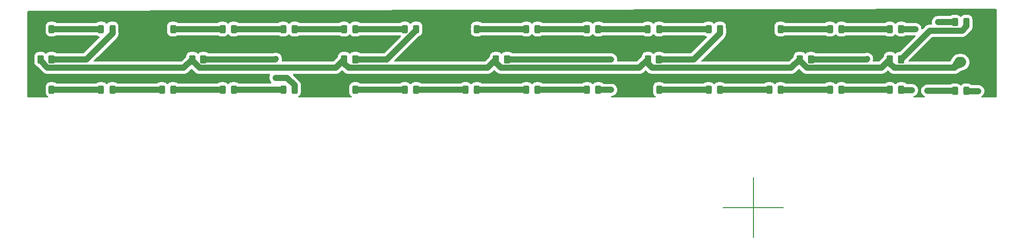
<source format=gbr>
%TF.GenerationSoftware,KiCad,Pcbnew,7.0.8*%
%TF.CreationDate,2023-12-16T13:26:03+08:00*%
%TF.ProjectId,Brake_Light,4272616b-655f-44c6-9967-68742e6b6963,v1.4*%
%TF.SameCoordinates,Original*%
%TF.FileFunction,Copper,L1,Top*%
%TF.FilePolarity,Positive*%
%FSLAX46Y46*%
G04 Gerber Fmt 4.6, Leading zero omitted, Abs format (unit mm)*
G04 Created by KiCad (PCBNEW 7.0.8) date 2023-12-16 13:26:03*
%MOMM*%
%LPD*%
G01*
G04 APERTURE LIST*
G04 Aperture macros list*
%AMRoundRect*
0 Rectangle with rounded corners*
0 $1 Rounding radius*
0 $2 $3 $4 $5 $6 $7 $8 $9 X,Y pos of 4 corners*
0 Add a 4 corners polygon primitive as box body*
4,1,4,$2,$3,$4,$5,$6,$7,$8,$9,$2,$3,0*
0 Add four circle primitives for the rounded corners*
1,1,$1+$1,$2,$3*
1,1,$1+$1,$4,$5*
1,1,$1+$1,$6,$7*
1,1,$1+$1,$8,$9*
0 Add four rect primitives between the rounded corners*
20,1,$1+$1,$2,$3,$4,$5,0*
20,1,$1+$1,$4,$5,$6,$7,0*
20,1,$1+$1,$6,$7,$8,$9,0*
20,1,$1+$1,$8,$9,$2,$3,0*%
G04 Aperture macros list end*
%TA.AperFunction,NonConductor*%
%ADD10C,0.200000*%
%TD*%
%TA.AperFunction,SMDPad,CuDef*%
%ADD11RoundRect,0.250000X-0.262500X-0.450000X0.262500X-0.450000X0.262500X0.450000X-0.262500X0.450000X0*%
%TD*%
%TA.AperFunction,SMDPad,CuDef*%
%ADD12RoundRect,0.243750X-0.243750X-0.456250X0.243750X-0.456250X0.243750X0.456250X-0.243750X0.456250X0*%
%TD*%
%TA.AperFunction,ComponentPad*%
%ADD13RoundRect,0.250000X-0.750000X0.600000X-0.750000X-0.600000X0.750000X-0.600000X0.750000X0.600000X0*%
%TD*%
%TA.AperFunction,ComponentPad*%
%ADD14O,2.000000X1.700000*%
%TD*%
%TA.AperFunction,ViaPad*%
%ADD15C,1.000000*%
%TD*%
%TA.AperFunction,Conductor*%
%ADD16C,1.016000*%
%TD*%
%TA.AperFunction,Conductor*%
%ADD17C,0.254000*%
%TD*%
G04 APERTURE END LIST*
D10*
X167132000Y-122995000D02*
X177038000Y-122995000D01*
X172085000Y-118042000D02*
X172085000Y-127948000D01*
D11*
%TO.P,R1,1*%
%TO.N,/Vcc*%
X194584500Y-98497000D03*
%TO.P,R1,2*%
%TO.N,Net-(D1-A)*%
X196409500Y-98497000D03*
%TD*%
D12*
%TO.P,D30,1,K*%
%TO.N,/GND*%
X54709500Y-103494000D03*
%TO.P,D30,2,A*%
%TO.N,Net-(D29-K)*%
X56584500Y-103494000D03*
%TD*%
%TO.P,D9,1,K*%
%TO.N,Net-(D10-A)*%
X164709500Y-103494000D03*
%TO.P,D9,2,A*%
%TO.N,Net-(D8-K)*%
X166584500Y-103494000D03*
%TD*%
%TO.P,D32,1,K*%
%TO.N,/GND*%
X54709500Y-93500000D03*
%TO.P,D32,2,A*%
%TO.N,Net-(D31-K)*%
X56584500Y-93500000D03*
%TD*%
%TO.P,D11,1,K*%
%TO.N,Net-(D11-K)*%
X164709500Y-93500000D03*
%TO.P,D11,2,A*%
%TO.N,Net-(D11-A)*%
X166584500Y-93500000D03*
%TD*%
D11*
%TO.P,R6,1*%
%TO.N,/Vcc*%
X79734500Y-98497000D03*
%TO.P,R6,2*%
%TO.N,Net-(D26-A)*%
X81559500Y-98497000D03*
%TD*%
D12*
%TO.P,D10,1,K*%
%TO.N,/GND*%
X154709500Y-103494000D03*
%TO.P,D10,2,A*%
%TO.N,Net-(D10-A)*%
X156584500Y-103494000D03*
%TD*%
%TO.P,D7,1,K*%
%TO.N,Net-(D7-K)*%
X184709500Y-103494000D03*
%TO.P,D7,2,A*%
%TO.N,Net-(D6-K)*%
X186584500Y-103494000D03*
%TD*%
D11*
%TO.P,R3,1*%
%TO.N,/Vcc*%
X154734500Y-98497000D03*
%TO.P,R3,2*%
%TO.N,Net-(D11-A)*%
X156559500Y-98497000D03*
%TD*%
D12*
%TO.P,D22,1,K*%
%TO.N,Net-(D22-K)*%
X104709500Y-93500000D03*
%TO.P,D22,2,A*%
%TO.N,Net-(D21-K)*%
X106584500Y-93500000D03*
%TD*%
D11*
%TO.P,R5,1*%
%TO.N,/Vcc*%
X104734500Y-98497000D03*
%TO.P,R5,2*%
%TO.N,Net-(D21-A)*%
X106559500Y-98497000D03*
%TD*%
D12*
%TO.P,D15,1,K*%
%TO.N,/GND*%
X124709500Y-93500000D03*
%TO.P,D15,2,A*%
%TO.N,Net-(D14-K)*%
X126584500Y-93500000D03*
%TD*%
%TO.P,D17,1,K*%
%TO.N,Net-(D17-K)*%
X134709500Y-103494000D03*
%TO.P,D17,2,A*%
%TO.N,Net-(D16-K)*%
X136584500Y-103494000D03*
%TD*%
%TO.P,D26,1,K*%
%TO.N,Net-(D26-K)*%
X94709500Y-103494000D03*
%TO.P,D26,2,A*%
%TO.N,Net-(D26-A)*%
X96584500Y-103494000D03*
%TD*%
%TO.P,D2,1,K*%
%TO.N,Net-(D2-K)*%
X205282500Y-103690000D03*
%TO.P,D2,2,A*%
%TO.N,Net-(D1-K)*%
X207157500Y-103690000D03*
%TD*%
%TO.P,D25,1,K*%
%TO.N,/GND*%
X74709500Y-93500000D03*
%TO.P,D25,2,A*%
%TO.N,Net-(D24-K)*%
X76584500Y-93500000D03*
%TD*%
%TO.P,D5,1,K*%
%TO.N,/GND*%
X174709500Y-93500000D03*
%TO.P,D5,2,A*%
%TO.N,Net-(D4-K)*%
X176584500Y-93500000D03*
%TD*%
%TO.P,D13,1,K*%
%TO.N,Net-(D13-K)*%
X144709500Y-93500000D03*
%TO.P,D13,2,A*%
%TO.N,Net-(D12-K)*%
X146584500Y-93500000D03*
%TD*%
%TO.P,D29,1,K*%
%TO.N,Net-(D29-K)*%
X64709500Y-103494000D03*
%TO.P,D29,2,A*%
%TO.N,Net-(D28-K)*%
X66584500Y-103494000D03*
%TD*%
%TO.P,D3,1,K*%
%TO.N,Net-(D3-K)*%
X194559500Y-93500000D03*
%TO.P,D3,2,A*%
%TO.N,Net-(D2-K)*%
X196434500Y-93500000D03*
%TD*%
%TO.P,D8,1,K*%
%TO.N,Net-(D8-K)*%
X174709500Y-103494000D03*
%TO.P,D8,2,A*%
%TO.N,Net-(D7-K)*%
X176584500Y-103494000D03*
%TD*%
%TO.P,D23,1,K*%
%TO.N,Net-(D23-K)*%
X94709500Y-93500000D03*
%TO.P,D23,2,A*%
%TO.N,Net-(D22-K)*%
X96584500Y-93500000D03*
%TD*%
%TO.P,D12,1,K*%
%TO.N,Net-(D12-K)*%
X154709500Y-93500000D03*
%TO.P,D12,2,A*%
%TO.N,Net-(D11-K)*%
X156584500Y-93500000D03*
%TD*%
%TO.P,D14,1,K*%
%TO.N,Net-(D14-K)*%
X134709500Y-93500000D03*
%TO.P,D14,2,A*%
%TO.N,Net-(D13-K)*%
X136584500Y-93500000D03*
%TD*%
%TO.P,D4,1,K*%
%TO.N,Net-(D4-K)*%
X184709500Y-93500000D03*
%TO.P,D4,2,A*%
%TO.N,Net-(D3-K)*%
X186584500Y-93500000D03*
%TD*%
%TO.P,D31,1,K*%
%TO.N,Net-(D31-K)*%
X64709500Y-93500000D03*
%TO.P,D31,2,A*%
%TO.N,Net-(D31-A)*%
X66584500Y-93500000D03*
%TD*%
%TO.P,D20,1,K*%
%TO.N,/GND*%
X104709500Y-103494000D03*
%TO.P,D20,2,A*%
%TO.N,Net-(D19-K)*%
X106584500Y-103494000D03*
%TD*%
%TO.P,D21,1,K*%
%TO.N,Net-(D21-K)*%
X114709500Y-93500000D03*
%TO.P,D21,2,A*%
%TO.N,Net-(D21-A)*%
X116584500Y-93500000D03*
%TD*%
%TO.P,D16,1,K*%
%TO.N,Net-(D16-K)*%
X144709500Y-103494000D03*
%TO.P,D16,2,A*%
%TO.N,Net-(D16-A)*%
X146584500Y-103494000D03*
%TD*%
%TO.P,D24,1,K*%
%TO.N,Net-(D24-K)*%
X84709500Y-93500000D03*
%TO.P,D24,2,A*%
%TO.N,Net-(D23-K)*%
X86584500Y-93500000D03*
%TD*%
%TO.P,D19,1,K*%
%TO.N,Net-(D19-K)*%
X114709500Y-103494000D03*
%TO.P,D19,2,A*%
%TO.N,Net-(D18-K)*%
X116584500Y-103494000D03*
%TD*%
%TO.P,D1,1,K*%
%TO.N,Net-(D1-K)*%
X205282500Y-92360000D03*
%TO.P,D1,2,A*%
%TO.N,Net-(D1-A)*%
X207157500Y-92360000D03*
%TD*%
%TO.P,D6,1,K*%
%TO.N,Net-(D6-K)*%
X194559500Y-103494000D03*
%TO.P,D6,2,A*%
%TO.N,Net-(D6-A)*%
X196434500Y-103494000D03*
%TD*%
%TO.P,D18,1,K*%
%TO.N,Net-(D18-K)*%
X124709500Y-103494000D03*
%TO.P,D18,2,A*%
%TO.N,Net-(D17-K)*%
X126584500Y-103494000D03*
%TD*%
%TO.P,D28,1,K*%
%TO.N,Net-(D28-K)*%
X74709500Y-103494000D03*
%TO.P,D28,2,A*%
%TO.N,Net-(D27-K)*%
X76584500Y-103494000D03*
%TD*%
D11*
%TO.P,R2,1*%
%TO.N,/Vcc*%
X179734500Y-98497000D03*
%TO.P,R2,2*%
%TO.N,Net-(D6-A)*%
X181559500Y-98497000D03*
%TD*%
%TO.P,R4,1*%
%TO.N,/Vcc*%
X129734500Y-98497000D03*
%TO.P,R4,2*%
%TO.N,Net-(D16-A)*%
X131559500Y-98497000D03*
%TD*%
%TO.P,R7,1*%
%TO.N,/Vcc*%
X54734500Y-98497000D03*
%TO.P,R7,2*%
%TO.N,Net-(D31-A)*%
X56559500Y-98497000D03*
%TD*%
D12*
%TO.P,D27,1,K*%
%TO.N,Net-(D27-K)*%
X84709500Y-103494000D03*
%TO.P,D27,2,A*%
%TO.N,Net-(D26-K)*%
X86584500Y-103494000D03*
%TD*%
D13*
%TO.P,J1,1,Pin_1*%
%TO.N,/GND*%
X206174000Y-96477000D03*
D14*
%TO.P,J1,2,Pin_2*%
%TO.N,/Vcc*%
X206174000Y-98977000D03*
%TD*%
D15*
%TO.N,Net-(D1-K)*%
X202490000Y-92370000D03*
X209100000Y-103760000D03*
%TO.N,Net-(D2-K)*%
X200750000Y-103690000D03*
X198750000Y-93500000D03*
%TO.N,Net-(D6-A)*%
X190790000Y-98440000D03*
X198200000Y-103610000D03*
%TO.N,Net-(D16-A)*%
X148670000Y-103560000D03*
X148670000Y-98520000D03*
%TO.N,Net-(D26-A)*%
X93430000Y-101540000D03*
X93470000Y-98440000D03*
%TD*%
D16*
%TO.N,Net-(D1-K)*%
X202490000Y-92370000D02*
X205272500Y-92370000D01*
X207227500Y-103760000D02*
X207157500Y-103690000D01*
X209100000Y-103760000D02*
X207227500Y-103760000D01*
X205272500Y-92370000D02*
X205282500Y-92360000D01*
%TO.N,Net-(D1-A)*%
X207157500Y-93060000D02*
X206449500Y-93768000D01*
X206449500Y-93768000D02*
X201138500Y-93768000D01*
X201138500Y-93768000D02*
X196409500Y-98497000D01*
X207157500Y-92360000D02*
X207157500Y-93060000D01*
%TO.N,Net-(D3-K)*%
X186584500Y-93500000D02*
X194559500Y-93500000D01*
%TO.N,Net-(D2-K)*%
X200750000Y-103690000D02*
X205282500Y-103690000D01*
X196434500Y-93500000D02*
X198750000Y-93500000D01*
%TO.N,Net-(D4-K)*%
X176584500Y-93500000D02*
X184709500Y-93500000D01*
%TO.N,Net-(D6-K)*%
X194559500Y-103494000D02*
X186584500Y-103494000D01*
%TO.N,Net-(D7-K)*%
X184709500Y-103494000D02*
X176584500Y-103494000D01*
%TO.N,Net-(D6-A)*%
X198200000Y-103610000D02*
X196550500Y-103610000D01*
X196550500Y-103610000D02*
X196434500Y-103494000D01*
X190733000Y-98497000D02*
X190790000Y-98440000D01*
X181559500Y-98497000D02*
X190733000Y-98497000D01*
%TO.N,Net-(D10-A)*%
X164709500Y-103494000D02*
X156584500Y-103494000D01*
%TO.N,Net-(D8-K)*%
X174709500Y-103494000D02*
X166584500Y-103494000D01*
%TO.N,Net-(D11-K)*%
X156584500Y-93500000D02*
X164709500Y-93500000D01*
%TO.N,Net-(D11-A)*%
X156559500Y-98497000D02*
X162287500Y-98497000D01*
X166584500Y-94200000D02*
X166584500Y-93500000D01*
X162287500Y-98497000D02*
X166584500Y-94200000D01*
%TO.N,Net-(D13-K)*%
X136584500Y-93500000D02*
X144709500Y-93500000D01*
%TO.N,Net-(D12-K)*%
X146584500Y-93500000D02*
X154709500Y-93500000D01*
%TO.N,Net-(D14-K)*%
X126584500Y-93500000D02*
X134709500Y-93500000D01*
%TO.N,Net-(D16-K)*%
X144709500Y-103494000D02*
X136584500Y-103494000D01*
%TO.N,Net-(D17-K)*%
X134709500Y-103494000D02*
X126584500Y-103494000D01*
%TO.N,Net-(D16-A)*%
X148647000Y-98497000D02*
X148670000Y-98520000D01*
D17*
X146558000Y-103467500D02*
X146584500Y-103494000D01*
D16*
X148670000Y-103560000D02*
X146650500Y-103560000D01*
X146610000Y-103468500D02*
X146584500Y-103494000D01*
X131559500Y-98497000D02*
X148647000Y-98497000D01*
X146650500Y-103560000D02*
X146584500Y-103494000D01*
%TO.N,Net-(D19-K)*%
X114709500Y-103494000D02*
X106584500Y-103494000D01*
%TO.N,Net-(D18-K)*%
X124709500Y-103494000D02*
X116584500Y-103494000D01*
%TO.N,Net-(D21-K)*%
X106584500Y-93500000D02*
X114709500Y-93500000D01*
%TO.N,Net-(D21-A)*%
X111758478Y-98497000D02*
X116584500Y-93670978D01*
X116584500Y-93670978D02*
X116584500Y-93500000D01*
X106559500Y-98497000D02*
X111758478Y-98497000D01*
%TO.N,Net-(D23-K)*%
X86584500Y-93500000D02*
X94709500Y-93500000D01*
%TO.N,Net-(D22-K)*%
X96584500Y-93500000D02*
X104709500Y-93500000D01*
%TO.N,Net-(D24-K)*%
X76584500Y-93500000D02*
X84709500Y-93500000D01*
%TO.N,Net-(D26-K)*%
X94709500Y-103494000D02*
X86584500Y-103494000D01*
%TO.N,Net-(D27-K)*%
X84709500Y-103494000D02*
X76584500Y-103494000D01*
%TO.N,Net-(D26-A)*%
X93413000Y-98497000D02*
X93470000Y-98440000D01*
X95330500Y-101540000D02*
X96584500Y-102794000D01*
X93430000Y-101540000D02*
X95330500Y-101540000D01*
D17*
X96520000Y-103429500D02*
X96584500Y-103494000D01*
D16*
X96584500Y-102794000D02*
X96584500Y-103494000D01*
X81559500Y-98497000D02*
X93413000Y-98497000D01*
%TO.N,Net-(D29-K)*%
X64709500Y-103494000D02*
X56584500Y-103494000D01*
%TO.N,Net-(D28-K)*%
X74709500Y-103494000D02*
X66584500Y-103494000D01*
%TO.N,/Vcc*%
X129734500Y-99074500D02*
X129734500Y-98497000D01*
X179734500Y-98739318D02*
X179734500Y-98497000D01*
X154734500Y-99197000D02*
X154734500Y-98497000D01*
X104734500Y-98497000D02*
X103326500Y-99905000D01*
X128326500Y-99905000D02*
X105442500Y-99905000D01*
X103326500Y-99905000D02*
X80900182Y-99905000D01*
X78326500Y-99905000D02*
X55900182Y-99905000D01*
X205246000Y-99905000D02*
X195292500Y-99905000D01*
X130565000Y-99905000D02*
X129734500Y-99074500D01*
X80900182Y-99905000D02*
X79734500Y-98739318D01*
X154734500Y-98497000D02*
X153326500Y-99905000D01*
X54734500Y-98739318D02*
X54734500Y-98497000D01*
X193176500Y-99905000D02*
X180900182Y-99905000D01*
X129734500Y-98497000D02*
X128326500Y-99905000D01*
X55900182Y-99905000D02*
X54734500Y-98739318D01*
X195292500Y-99905000D02*
X194584500Y-99197000D01*
X105442500Y-99905000D02*
X104734500Y-99197000D01*
X155442500Y-99905000D02*
X154734500Y-99197000D01*
X79734500Y-98497000D02*
X78326500Y-99905000D01*
X194584500Y-98497000D02*
X193176500Y-99905000D01*
X178326500Y-99905000D02*
X155442500Y-99905000D01*
X104734500Y-99197000D02*
X104734500Y-98497000D01*
X79734500Y-98739318D02*
X79734500Y-98497000D01*
X153326500Y-99905000D02*
X130565000Y-99905000D01*
X180900182Y-99905000D02*
X179734500Y-98739318D01*
X179734500Y-98497000D02*
X178326500Y-99905000D01*
X206174000Y-98977000D02*
X205246000Y-99905000D01*
X194584500Y-99197000D02*
X194584500Y-98497000D01*
%TO.N,Net-(D31-K)*%
X56584500Y-93500000D02*
X64709500Y-93500000D01*
%TO.N,Net-(D31-A)*%
X62287500Y-98497000D02*
X66584500Y-94200000D01*
X66584500Y-94200000D02*
X66584500Y-93500000D01*
X56559500Y-98497000D02*
X62287500Y-98497000D01*
%TD*%
%TA.AperFunction,Conductor*%
%TO.N,/GND*%
G36*
X212082817Y-90199806D02*
G01*
X212128684Y-90252512D01*
X212140000Y-90304264D01*
X212140000Y-104648638D01*
X212120315Y-104715677D01*
X212103681Y-104736319D01*
X212066319Y-104773681D01*
X212004996Y-104807166D01*
X211978638Y-104810000D01*
X209756837Y-104810000D01*
X209689798Y-104790315D01*
X209644043Y-104737511D01*
X209634099Y-104668353D01*
X209663124Y-104604797D01*
X209678172Y-104590147D01*
X209816568Y-104476568D01*
X209942594Y-104323005D01*
X209942598Y-104322998D01*
X210036239Y-104147808D01*
X210036239Y-104147807D01*
X210036241Y-104147804D01*
X210093908Y-103957701D01*
X210113380Y-103760000D01*
X210093908Y-103562299D01*
X210036241Y-103372196D01*
X210036239Y-103372193D01*
X210036239Y-103372191D01*
X209942598Y-103197001D01*
X209942594Y-103196994D01*
X209816568Y-103043431D01*
X209663005Y-102917405D01*
X209662998Y-102917401D01*
X209487808Y-102823760D01*
X209325959Y-102774664D01*
X209297701Y-102766092D01*
X209297699Y-102766091D01*
X209297701Y-102766091D01*
X209183336Y-102754827D01*
X209149547Y-102751500D01*
X209149544Y-102751500D01*
X208022891Y-102751500D01*
X207955852Y-102731815D01*
X207935210Y-102715181D01*
X207866003Y-102645974D01*
X207865999Y-102645971D01*
X207717933Y-102554642D01*
X207717927Y-102554639D01*
X207717925Y-102554638D01*
X207708455Y-102551500D01*
X207552776Y-102499913D01*
X207450855Y-102489500D01*
X207450848Y-102489500D01*
X206864152Y-102489500D01*
X206864144Y-102489500D01*
X206762223Y-102499913D01*
X206597077Y-102554637D01*
X206597066Y-102554642D01*
X206449000Y-102645971D01*
X206448996Y-102645974D01*
X206325974Y-102768996D01*
X206325971Y-102769000D01*
X206325538Y-102769703D01*
X206325114Y-102770083D01*
X206321493Y-102774664D01*
X206320710Y-102774045D01*
X206273590Y-102816428D01*
X206204628Y-102827649D01*
X206140546Y-102799806D01*
X206118657Y-102774544D01*
X206118507Y-102774664D01*
X206115859Y-102771315D01*
X206114462Y-102769703D01*
X206114028Y-102769000D01*
X206114025Y-102768996D01*
X205991003Y-102645974D01*
X205990999Y-102645971D01*
X205842933Y-102554642D01*
X205842927Y-102554639D01*
X205842925Y-102554638D01*
X205833455Y-102551500D01*
X205677776Y-102499913D01*
X205575855Y-102489500D01*
X205575848Y-102489500D01*
X204989152Y-102489500D01*
X204989144Y-102489500D01*
X204887223Y-102499913D01*
X204722077Y-102554637D01*
X204722066Y-102554642D01*
X204574000Y-102645971D01*
X204568334Y-102650452D01*
X204567369Y-102649232D01*
X204513467Y-102678666D01*
X204487109Y-102681500D01*
X200700453Y-102681500D01*
X200663883Y-102685101D01*
X200552300Y-102696091D01*
X200362191Y-102753760D01*
X200187001Y-102847401D01*
X200186994Y-102847405D01*
X200033431Y-102973431D01*
X199907405Y-103126994D01*
X199907401Y-103127001D01*
X199813760Y-103302191D01*
X199756091Y-103492300D01*
X199736620Y-103690000D01*
X199756091Y-103887699D01*
X199813760Y-104077808D01*
X199907401Y-104252998D01*
X199907405Y-104253005D01*
X200033431Y-104406568D01*
X200186994Y-104532594D01*
X200187001Y-104532598D01*
X200269401Y-104576642D01*
X200319245Y-104625604D01*
X200334706Y-104693741D01*
X200310875Y-104759421D01*
X200255317Y-104801790D01*
X200210948Y-104810000D01*
X198554247Y-104810000D01*
X198487208Y-104790315D01*
X198441453Y-104737511D01*
X198431509Y-104668353D01*
X198460534Y-104604797D01*
X198518251Y-104567339D01*
X198587804Y-104546241D01*
X198603170Y-104538028D01*
X198681348Y-104496241D01*
X198763004Y-104452595D01*
X198916568Y-104326568D01*
X199042595Y-104173004D01*
X199135145Y-103999855D01*
X199136239Y-103997808D01*
X199136239Y-103997807D01*
X199136241Y-103997804D01*
X199193908Y-103807701D01*
X199213380Y-103610000D01*
X199193908Y-103412299D01*
X199136241Y-103222196D01*
X199136239Y-103222193D01*
X199136239Y-103222191D01*
X199042598Y-103047001D01*
X199042594Y-103046994D01*
X198916568Y-102893431D01*
X198763005Y-102767405D01*
X198762998Y-102767401D01*
X198587808Y-102673760D01*
X198492752Y-102644925D01*
X198397701Y-102616092D01*
X198397699Y-102616091D01*
X198397701Y-102616091D01*
X198283336Y-102604827D01*
X198249547Y-102601500D01*
X198249544Y-102601500D01*
X197345891Y-102601500D01*
X197278852Y-102581815D01*
X197258210Y-102565181D01*
X197143003Y-102449974D01*
X197142999Y-102449971D01*
X196994933Y-102358642D01*
X196994927Y-102358639D01*
X196994925Y-102358638D01*
X196994922Y-102358637D01*
X196829776Y-102303913D01*
X196727855Y-102293500D01*
X196727848Y-102293500D01*
X196141152Y-102293500D01*
X196141144Y-102293500D01*
X196039223Y-102303913D01*
X195874077Y-102358637D01*
X195874066Y-102358642D01*
X195726000Y-102449971D01*
X195725996Y-102449974D01*
X195602974Y-102572996D01*
X195602971Y-102573000D01*
X195602538Y-102573703D01*
X195602114Y-102574083D01*
X195598493Y-102578664D01*
X195597710Y-102578045D01*
X195550590Y-102620428D01*
X195481628Y-102631649D01*
X195417546Y-102603806D01*
X195395657Y-102578544D01*
X195395507Y-102578664D01*
X195392859Y-102575315D01*
X195391462Y-102573703D01*
X195391028Y-102573000D01*
X195391025Y-102572996D01*
X195268003Y-102449974D01*
X195267999Y-102449971D01*
X195119933Y-102358642D01*
X195119927Y-102358639D01*
X195119925Y-102358638D01*
X195119922Y-102358637D01*
X194954776Y-102303913D01*
X194852855Y-102293500D01*
X194852848Y-102293500D01*
X194266152Y-102293500D01*
X194266144Y-102293500D01*
X194164223Y-102303913D01*
X193999077Y-102358637D01*
X193999066Y-102358642D01*
X193851000Y-102449971D01*
X193845334Y-102454452D01*
X193844369Y-102453232D01*
X193790467Y-102482666D01*
X193764109Y-102485500D01*
X187379891Y-102485500D01*
X187312852Y-102465815D01*
X187298699Y-102454410D01*
X187298666Y-102454452D01*
X187292999Y-102449971D01*
X187144933Y-102358642D01*
X187144927Y-102358639D01*
X187144925Y-102358638D01*
X187144922Y-102358637D01*
X186979776Y-102303913D01*
X186877855Y-102293500D01*
X186877848Y-102293500D01*
X186291152Y-102293500D01*
X186291144Y-102293500D01*
X186189223Y-102303913D01*
X186024077Y-102358637D01*
X186024066Y-102358642D01*
X185876000Y-102449971D01*
X185875996Y-102449974D01*
X185752974Y-102572996D01*
X185752971Y-102573000D01*
X185752538Y-102573703D01*
X185752114Y-102574083D01*
X185748493Y-102578664D01*
X185747710Y-102578045D01*
X185700590Y-102620428D01*
X185631628Y-102631649D01*
X185567546Y-102603806D01*
X185545657Y-102578544D01*
X185545507Y-102578664D01*
X185542859Y-102575315D01*
X185541462Y-102573703D01*
X185541028Y-102573000D01*
X185541025Y-102572996D01*
X185418003Y-102449974D01*
X185417999Y-102449971D01*
X185269933Y-102358642D01*
X185269927Y-102358639D01*
X185269925Y-102358638D01*
X185269922Y-102358637D01*
X185104776Y-102303913D01*
X185002855Y-102293500D01*
X185002848Y-102293500D01*
X184416152Y-102293500D01*
X184416144Y-102293500D01*
X184314223Y-102303913D01*
X184149077Y-102358637D01*
X184149066Y-102358642D01*
X184001000Y-102449971D01*
X183995334Y-102454452D01*
X183994369Y-102453232D01*
X183940467Y-102482666D01*
X183914109Y-102485500D01*
X177379891Y-102485500D01*
X177312852Y-102465815D01*
X177298699Y-102454410D01*
X177298666Y-102454452D01*
X177292999Y-102449971D01*
X177144933Y-102358642D01*
X177144927Y-102358639D01*
X177144925Y-102358638D01*
X177144922Y-102358637D01*
X176979776Y-102303913D01*
X176877855Y-102293500D01*
X176877848Y-102293500D01*
X176291152Y-102293500D01*
X176291144Y-102293500D01*
X176189223Y-102303913D01*
X176024077Y-102358637D01*
X176024066Y-102358642D01*
X175876000Y-102449971D01*
X175875996Y-102449974D01*
X175752974Y-102572996D01*
X175752971Y-102573000D01*
X175752538Y-102573703D01*
X175752114Y-102574083D01*
X175748493Y-102578664D01*
X175747710Y-102578045D01*
X175700590Y-102620428D01*
X175631628Y-102631649D01*
X175567546Y-102603806D01*
X175545657Y-102578544D01*
X175545507Y-102578664D01*
X175542859Y-102575315D01*
X175541462Y-102573703D01*
X175541028Y-102573000D01*
X175541025Y-102572996D01*
X175418003Y-102449974D01*
X175417999Y-102449971D01*
X175269933Y-102358642D01*
X175269927Y-102358639D01*
X175269925Y-102358638D01*
X175269922Y-102358637D01*
X175104776Y-102303913D01*
X175002855Y-102293500D01*
X175002848Y-102293500D01*
X174416152Y-102293500D01*
X174416144Y-102293500D01*
X174314223Y-102303913D01*
X174149077Y-102358637D01*
X174149066Y-102358642D01*
X174001000Y-102449971D01*
X173995334Y-102454452D01*
X173994369Y-102453232D01*
X173940467Y-102482666D01*
X173914109Y-102485500D01*
X167379891Y-102485500D01*
X167312852Y-102465815D01*
X167298699Y-102454410D01*
X167298666Y-102454452D01*
X167292999Y-102449971D01*
X167144933Y-102358642D01*
X167144927Y-102358639D01*
X167144925Y-102358638D01*
X167144922Y-102358637D01*
X166979776Y-102303913D01*
X166877855Y-102293500D01*
X166877848Y-102293500D01*
X166291152Y-102293500D01*
X166291144Y-102293500D01*
X166189223Y-102303913D01*
X166024077Y-102358637D01*
X166024066Y-102358642D01*
X165876000Y-102449971D01*
X165875996Y-102449974D01*
X165752974Y-102572996D01*
X165752971Y-102573000D01*
X165752538Y-102573703D01*
X165752114Y-102574083D01*
X165748493Y-102578664D01*
X165747710Y-102578045D01*
X165700590Y-102620428D01*
X165631628Y-102631649D01*
X165567546Y-102603806D01*
X165545657Y-102578544D01*
X165545507Y-102578664D01*
X165542859Y-102575315D01*
X165541462Y-102573703D01*
X165541028Y-102573000D01*
X165541025Y-102572996D01*
X165418003Y-102449974D01*
X165417999Y-102449971D01*
X165269933Y-102358642D01*
X165269927Y-102358639D01*
X165269925Y-102358638D01*
X165269922Y-102358637D01*
X165104776Y-102303913D01*
X165002855Y-102293500D01*
X165002848Y-102293500D01*
X164416152Y-102293500D01*
X164416144Y-102293500D01*
X164314223Y-102303913D01*
X164149077Y-102358637D01*
X164149066Y-102358642D01*
X164001000Y-102449971D01*
X163995334Y-102454452D01*
X163994369Y-102453232D01*
X163940467Y-102482666D01*
X163914109Y-102485500D01*
X157379891Y-102485500D01*
X157312852Y-102465815D01*
X157298699Y-102454410D01*
X157298666Y-102454452D01*
X157292999Y-102449971D01*
X157144933Y-102358642D01*
X157144927Y-102358639D01*
X157144925Y-102358638D01*
X157144922Y-102358637D01*
X156979776Y-102303913D01*
X156877855Y-102293500D01*
X156877848Y-102293500D01*
X156291152Y-102293500D01*
X156291144Y-102293500D01*
X156189223Y-102303913D01*
X156024077Y-102358637D01*
X156024066Y-102358642D01*
X155876000Y-102449971D01*
X155875996Y-102449974D01*
X155752974Y-102572996D01*
X155752971Y-102573000D01*
X155661642Y-102721066D01*
X155661637Y-102721077D01*
X155606913Y-102886223D01*
X155596500Y-102988144D01*
X155596500Y-103258429D01*
X155591769Y-103290324D01*
X155591780Y-103290327D01*
X155591736Y-103290543D01*
X155591162Y-103294420D01*
X155590591Y-103296299D01*
X155571120Y-103494000D01*
X155590591Y-103691697D01*
X155590591Y-103691699D01*
X155590592Y-103691701D01*
X155591161Y-103693578D01*
X155591736Y-103697456D01*
X155591780Y-103697674D01*
X155591769Y-103697676D01*
X155596500Y-103729571D01*
X155596500Y-103999855D01*
X155606913Y-104101776D01*
X155661637Y-104266922D01*
X155661642Y-104266933D01*
X155752971Y-104414999D01*
X155752974Y-104415003D01*
X155875996Y-104538025D01*
X155876000Y-104538028D01*
X155944795Y-104580462D01*
X155991520Y-104632410D01*
X156002741Y-104701372D01*
X155974898Y-104765454D01*
X155916829Y-104804310D01*
X155879698Y-104810000D01*
X148791633Y-104810000D01*
X148724594Y-104790315D01*
X148678839Y-104737511D01*
X148668895Y-104668353D01*
X148697920Y-104604797D01*
X148756698Y-104567023D01*
X148779477Y-104562597D01*
X148867701Y-104553908D01*
X149057804Y-104496241D01*
X149233004Y-104402595D01*
X149386568Y-104276568D01*
X149512595Y-104123004D01*
X149606241Y-103947804D01*
X149663908Y-103757701D01*
X149683380Y-103560000D01*
X149663908Y-103362299D01*
X149606241Y-103172196D01*
X149606239Y-103172193D01*
X149606239Y-103172191D01*
X149512598Y-102997001D01*
X149512594Y-102996994D01*
X149386568Y-102843431D01*
X149233005Y-102717405D01*
X149232998Y-102717401D01*
X149057808Y-102623760D01*
X148909145Y-102578664D01*
X148867701Y-102566092D01*
X148867699Y-102566091D01*
X148867701Y-102566091D01*
X148751397Y-102554637D01*
X148719547Y-102551500D01*
X148719544Y-102551500D01*
X147445891Y-102551500D01*
X147378852Y-102531815D01*
X147358210Y-102515181D01*
X147293003Y-102449974D01*
X147292999Y-102449971D01*
X147144933Y-102358642D01*
X147144927Y-102358639D01*
X147144925Y-102358638D01*
X147144922Y-102358637D01*
X146979776Y-102303913D01*
X146877855Y-102293500D01*
X146877848Y-102293500D01*
X146291152Y-102293500D01*
X146291144Y-102293500D01*
X146189223Y-102303913D01*
X146024077Y-102358637D01*
X146024066Y-102358642D01*
X145876000Y-102449971D01*
X145875996Y-102449974D01*
X145752974Y-102572996D01*
X145752971Y-102573000D01*
X145752538Y-102573703D01*
X145752114Y-102574083D01*
X145748493Y-102578664D01*
X145747710Y-102578045D01*
X145700590Y-102620428D01*
X145631628Y-102631649D01*
X145567546Y-102603806D01*
X145545657Y-102578544D01*
X145545507Y-102578664D01*
X145542859Y-102575315D01*
X145541462Y-102573703D01*
X145541028Y-102573000D01*
X145541025Y-102572996D01*
X145418003Y-102449974D01*
X145417999Y-102449971D01*
X145269933Y-102358642D01*
X145269927Y-102358639D01*
X145269925Y-102358638D01*
X145269922Y-102358637D01*
X145104776Y-102303913D01*
X145002855Y-102293500D01*
X145002848Y-102293500D01*
X144416152Y-102293500D01*
X144416144Y-102293500D01*
X144314223Y-102303913D01*
X144149077Y-102358637D01*
X144149066Y-102358642D01*
X144001000Y-102449971D01*
X143995334Y-102454452D01*
X143994369Y-102453232D01*
X143940467Y-102482666D01*
X143914109Y-102485500D01*
X137379891Y-102485500D01*
X137312852Y-102465815D01*
X137298699Y-102454410D01*
X137298666Y-102454452D01*
X137292999Y-102449971D01*
X137144933Y-102358642D01*
X137144927Y-102358639D01*
X137144925Y-102358638D01*
X137144922Y-102358637D01*
X136979776Y-102303913D01*
X136877855Y-102293500D01*
X136877848Y-102293500D01*
X136291152Y-102293500D01*
X136291144Y-102293500D01*
X136189223Y-102303913D01*
X136024077Y-102358637D01*
X136024066Y-102358642D01*
X135876000Y-102449971D01*
X135875996Y-102449974D01*
X135752974Y-102572996D01*
X135752971Y-102573000D01*
X135752538Y-102573703D01*
X135752114Y-102574083D01*
X135748493Y-102578664D01*
X135747710Y-102578045D01*
X135700590Y-102620428D01*
X135631628Y-102631649D01*
X135567546Y-102603806D01*
X135545657Y-102578544D01*
X135545507Y-102578664D01*
X135542859Y-102575315D01*
X135541462Y-102573703D01*
X135541028Y-102573000D01*
X135541025Y-102572996D01*
X135418003Y-102449974D01*
X135417999Y-102449971D01*
X135269933Y-102358642D01*
X135269927Y-102358639D01*
X135269925Y-102358638D01*
X135269922Y-102358637D01*
X135104776Y-102303913D01*
X135002855Y-102293500D01*
X135002848Y-102293500D01*
X134416152Y-102293500D01*
X134416144Y-102293500D01*
X134314223Y-102303913D01*
X134149077Y-102358637D01*
X134149066Y-102358642D01*
X134001000Y-102449971D01*
X133995334Y-102454452D01*
X133994369Y-102453232D01*
X133940467Y-102482666D01*
X133914109Y-102485500D01*
X127379891Y-102485500D01*
X127312852Y-102465815D01*
X127298699Y-102454410D01*
X127298666Y-102454452D01*
X127292999Y-102449971D01*
X127144933Y-102358642D01*
X127144927Y-102358639D01*
X127144925Y-102358638D01*
X127144922Y-102358637D01*
X126979776Y-102303913D01*
X126877855Y-102293500D01*
X126877848Y-102293500D01*
X126291152Y-102293500D01*
X126291144Y-102293500D01*
X126189223Y-102303913D01*
X126024077Y-102358637D01*
X126024066Y-102358642D01*
X125876000Y-102449971D01*
X125875996Y-102449974D01*
X125752974Y-102572996D01*
X125752971Y-102573000D01*
X125752538Y-102573703D01*
X125752114Y-102574083D01*
X125748493Y-102578664D01*
X125747710Y-102578045D01*
X125700590Y-102620428D01*
X125631628Y-102631649D01*
X125567546Y-102603806D01*
X125545657Y-102578544D01*
X125545507Y-102578664D01*
X125542859Y-102575315D01*
X125541462Y-102573703D01*
X125541028Y-102573000D01*
X125541025Y-102572996D01*
X125418003Y-102449974D01*
X125417999Y-102449971D01*
X125269933Y-102358642D01*
X125269927Y-102358639D01*
X125269925Y-102358638D01*
X125269922Y-102358637D01*
X125104776Y-102303913D01*
X125002855Y-102293500D01*
X125002848Y-102293500D01*
X124416152Y-102293500D01*
X124416144Y-102293500D01*
X124314223Y-102303913D01*
X124149077Y-102358637D01*
X124149066Y-102358642D01*
X124001000Y-102449971D01*
X123995334Y-102454452D01*
X123994369Y-102453232D01*
X123940467Y-102482666D01*
X123914109Y-102485500D01*
X117379891Y-102485500D01*
X117312852Y-102465815D01*
X117298699Y-102454410D01*
X117298666Y-102454452D01*
X117292999Y-102449971D01*
X117144933Y-102358642D01*
X117144927Y-102358639D01*
X117144925Y-102358638D01*
X117144922Y-102358637D01*
X116979776Y-102303913D01*
X116877855Y-102293500D01*
X116877848Y-102293500D01*
X116291152Y-102293500D01*
X116291144Y-102293500D01*
X116189223Y-102303913D01*
X116024077Y-102358637D01*
X116024066Y-102358642D01*
X115876000Y-102449971D01*
X115875996Y-102449974D01*
X115752974Y-102572996D01*
X115752971Y-102573000D01*
X115752538Y-102573703D01*
X115752114Y-102574083D01*
X115748493Y-102578664D01*
X115747710Y-102578045D01*
X115700590Y-102620428D01*
X115631628Y-102631649D01*
X115567546Y-102603806D01*
X115545657Y-102578544D01*
X115545507Y-102578664D01*
X115542859Y-102575315D01*
X115541462Y-102573703D01*
X115541028Y-102573000D01*
X115541025Y-102572996D01*
X115418003Y-102449974D01*
X115417999Y-102449971D01*
X115269933Y-102358642D01*
X115269927Y-102358639D01*
X115269925Y-102358638D01*
X115269922Y-102358637D01*
X115104776Y-102303913D01*
X115002855Y-102293500D01*
X115002848Y-102293500D01*
X114416152Y-102293500D01*
X114416144Y-102293500D01*
X114314223Y-102303913D01*
X114149077Y-102358637D01*
X114149066Y-102358642D01*
X114001000Y-102449971D01*
X113995334Y-102454452D01*
X113994369Y-102453232D01*
X113940467Y-102482666D01*
X113914109Y-102485500D01*
X107379891Y-102485500D01*
X107312852Y-102465815D01*
X107298699Y-102454410D01*
X107298666Y-102454452D01*
X107292999Y-102449971D01*
X107144933Y-102358642D01*
X107144927Y-102358639D01*
X107144925Y-102358638D01*
X107144922Y-102358637D01*
X106979776Y-102303913D01*
X106877855Y-102293500D01*
X106877848Y-102293500D01*
X106291152Y-102293500D01*
X106291144Y-102293500D01*
X106189223Y-102303913D01*
X106024077Y-102358637D01*
X106024066Y-102358642D01*
X105876000Y-102449971D01*
X105875996Y-102449974D01*
X105752974Y-102572996D01*
X105752971Y-102573000D01*
X105661642Y-102721066D01*
X105661637Y-102721077D01*
X105606913Y-102886223D01*
X105596500Y-102988144D01*
X105596500Y-103258429D01*
X105591769Y-103290324D01*
X105591780Y-103290327D01*
X105591736Y-103290543D01*
X105591162Y-103294420D01*
X105590591Y-103296299D01*
X105571120Y-103494000D01*
X105590591Y-103691697D01*
X105590591Y-103691699D01*
X105590592Y-103691701D01*
X105591161Y-103693578D01*
X105591736Y-103697456D01*
X105591780Y-103697674D01*
X105591769Y-103697676D01*
X105596500Y-103729571D01*
X105596500Y-103999855D01*
X105606913Y-104101776D01*
X105661637Y-104266922D01*
X105661642Y-104266933D01*
X105752971Y-104414999D01*
X105752974Y-104415003D01*
X105875996Y-104538025D01*
X105876000Y-104538028D01*
X105944795Y-104580462D01*
X105991520Y-104632410D01*
X106002741Y-104701372D01*
X105974898Y-104765454D01*
X105916829Y-104804310D01*
X105879698Y-104810000D01*
X97289302Y-104810000D01*
X97222263Y-104790315D01*
X97176508Y-104737511D01*
X97166564Y-104668353D01*
X97195589Y-104604797D01*
X97224205Y-104580462D01*
X97279684Y-104546241D01*
X97293003Y-104538026D01*
X97416026Y-104415003D01*
X97507362Y-104266925D01*
X97562087Y-104101775D01*
X97572500Y-103999848D01*
X97572500Y-103729571D01*
X97577230Y-103697676D01*
X97577220Y-103697674D01*
X97577263Y-103697456D01*
X97577838Y-103693578D01*
X97578408Y-103691701D01*
X97593000Y-103543547D01*
X97593000Y-102846597D01*
X97593299Y-102840517D01*
X97595671Y-102816428D01*
X97597880Y-102794000D01*
X97578409Y-102596299D01*
X97521184Y-102407659D01*
X97520820Y-102406343D01*
X97427098Y-102231001D01*
X97427094Y-102230994D01*
X97301068Y-102077432D01*
X97264932Y-102047776D01*
X97260430Y-102043696D01*
X96341915Y-101125181D01*
X96308430Y-101063858D01*
X96313414Y-100994166D01*
X96355286Y-100938233D01*
X96420750Y-100913816D01*
X96429596Y-100913500D01*
X103273902Y-100913500D01*
X103279982Y-100913799D01*
X103294011Y-100915180D01*
X103326500Y-100918380D01*
X103524201Y-100898909D01*
X103714304Y-100841241D01*
X103755334Y-100819310D01*
X103889504Y-100747595D01*
X104043068Y-100621568D01*
X104072738Y-100585413D01*
X104076788Y-100580944D01*
X104296821Y-100360911D01*
X104358141Y-100327429D01*
X104427833Y-100332413D01*
X104472180Y-100360914D01*
X104692196Y-100580930D01*
X104696274Y-100585430D01*
X104725932Y-100621568D01*
X104871606Y-100741120D01*
X104879496Y-100747595D01*
X104951155Y-100785897D01*
X105054691Y-100841239D01*
X105054693Y-100841239D01*
X105054696Y-100841241D01*
X105244799Y-100898908D01*
X105244798Y-100898908D01*
X105262524Y-100900653D01*
X105442500Y-100918380D01*
X105476422Y-100915038D01*
X105489015Y-100913799D01*
X105495096Y-100913500D01*
X128273902Y-100913500D01*
X128279982Y-100913799D01*
X128294011Y-100915180D01*
X128326500Y-100918380D01*
X128524201Y-100898909D01*
X128714304Y-100841241D01*
X128755334Y-100819310D01*
X128889504Y-100747595D01*
X129043068Y-100621568D01*
X129072738Y-100585413D01*
X129076788Y-100580944D01*
X129358071Y-100299661D01*
X129419391Y-100266179D01*
X129489083Y-100271163D01*
X129533430Y-100299664D01*
X129814696Y-100580930D01*
X129818774Y-100585430D01*
X129848432Y-100621568D01*
X129994106Y-100741120D01*
X130001996Y-100747595D01*
X130073655Y-100785897D01*
X130177191Y-100841239D01*
X130177193Y-100841239D01*
X130177196Y-100841241D01*
X130367299Y-100898908D01*
X130367298Y-100898908D01*
X130385024Y-100900653D01*
X130565000Y-100918380D01*
X130598922Y-100915038D01*
X130611515Y-100913799D01*
X130617596Y-100913500D01*
X153273902Y-100913500D01*
X153279982Y-100913799D01*
X153294011Y-100915180D01*
X153326500Y-100918380D01*
X153524201Y-100898909D01*
X153714304Y-100841241D01*
X153755334Y-100819310D01*
X153889504Y-100747595D01*
X154043068Y-100621568D01*
X154072738Y-100585413D01*
X154076788Y-100580944D01*
X154296821Y-100360911D01*
X154358141Y-100327429D01*
X154427833Y-100332413D01*
X154472180Y-100360914D01*
X154692196Y-100580930D01*
X154696274Y-100585430D01*
X154725932Y-100621568D01*
X154871606Y-100741120D01*
X154879496Y-100747595D01*
X154951155Y-100785897D01*
X155054691Y-100841239D01*
X155054693Y-100841239D01*
X155054696Y-100841241D01*
X155244799Y-100898908D01*
X155244798Y-100898908D01*
X155262524Y-100900653D01*
X155442500Y-100918380D01*
X155476422Y-100915038D01*
X155489015Y-100913799D01*
X155495096Y-100913500D01*
X178273902Y-100913500D01*
X178279982Y-100913799D01*
X178294011Y-100915180D01*
X178326500Y-100918380D01*
X178524201Y-100898909D01*
X178714304Y-100841241D01*
X178755334Y-100819310D01*
X178889504Y-100747595D01*
X179043068Y-100621568D01*
X179072738Y-100585413D01*
X179076788Y-100580944D01*
X179525663Y-100132070D01*
X179586982Y-100098588D01*
X179656674Y-100103572D01*
X179701021Y-100132073D01*
X180149878Y-100580930D01*
X180153956Y-100585430D01*
X180183614Y-100621568D01*
X180329288Y-100741120D01*
X180337178Y-100747595D01*
X180408837Y-100785897D01*
X180512373Y-100841239D01*
X180512375Y-100841239D01*
X180512378Y-100841241D01*
X180702481Y-100898908D01*
X180702480Y-100898908D01*
X180720206Y-100900653D01*
X180900182Y-100918380D01*
X180934104Y-100915038D01*
X180946697Y-100913799D01*
X180952778Y-100913500D01*
X193123902Y-100913500D01*
X193129982Y-100913799D01*
X193144011Y-100915180D01*
X193176500Y-100918380D01*
X193374201Y-100898909D01*
X193564304Y-100841241D01*
X193605334Y-100819310D01*
X193739504Y-100747595D01*
X193893068Y-100621568D01*
X193922738Y-100585413D01*
X193926788Y-100580944D01*
X194146821Y-100360911D01*
X194208141Y-100327429D01*
X194277833Y-100332413D01*
X194322180Y-100360914D01*
X194542196Y-100580930D01*
X194546274Y-100585430D01*
X194575932Y-100621568D01*
X194721606Y-100741120D01*
X194729496Y-100747595D01*
X194801155Y-100785897D01*
X194904691Y-100841239D01*
X194904693Y-100841239D01*
X194904696Y-100841241D01*
X195094799Y-100898908D01*
X195094798Y-100898908D01*
X195112524Y-100900653D01*
X195292500Y-100918380D01*
X195326422Y-100915038D01*
X195339015Y-100913799D01*
X195345096Y-100913500D01*
X205193402Y-100913500D01*
X205199482Y-100913799D01*
X205213511Y-100915180D01*
X205246000Y-100918380D01*
X205443701Y-100898909D01*
X205633804Y-100841241D01*
X205674834Y-100819310D01*
X205809004Y-100747595D01*
X205962568Y-100621568D01*
X205992238Y-100585413D01*
X205996288Y-100580944D01*
X206090977Y-100486255D01*
X206136455Y-100457341D01*
X206515841Y-100320053D01*
X206547222Y-100313128D01*
X206559408Y-100312063D01*
X206787663Y-100250903D01*
X207001829Y-100151035D01*
X207195401Y-100015495D01*
X207362495Y-99848401D01*
X207498035Y-99654830D01*
X207597903Y-99440663D01*
X207659063Y-99212408D01*
X207679659Y-98977000D01*
X207659063Y-98741592D01*
X207597903Y-98513337D01*
X207498035Y-98299171D01*
X207498034Y-98299169D01*
X207362494Y-98105597D01*
X207195402Y-97938505D01*
X207001830Y-97802965D01*
X207001828Y-97802964D01*
X206840355Y-97727668D01*
X206787663Y-97703097D01*
X206787659Y-97703096D01*
X206787655Y-97703094D01*
X206559413Y-97641938D01*
X206559403Y-97641936D01*
X206382966Y-97626500D01*
X205965034Y-97626500D01*
X205788596Y-97641936D01*
X205788586Y-97641938D01*
X205560344Y-97703094D01*
X205560335Y-97703098D01*
X205346171Y-97802964D01*
X205346169Y-97802965D01*
X205152597Y-97938505D01*
X204985506Y-98105597D01*
X204985501Y-98105604D01*
X204849965Y-98299168D01*
X204849963Y-98299172D01*
X204814886Y-98374392D01*
X204806906Y-98387938D01*
X204807302Y-98388186D01*
X204526377Y-98838167D01*
X204474177Y-98884610D01*
X204421192Y-98896500D01*
X197735596Y-98896500D01*
X197668557Y-98876815D01*
X197622802Y-98824011D01*
X197612858Y-98754853D01*
X197641883Y-98691297D01*
X197647915Y-98684819D01*
X201519915Y-94812819D01*
X201581238Y-94779334D01*
X201607596Y-94776500D01*
X206396902Y-94776500D01*
X206402982Y-94776799D01*
X206417011Y-94778180D01*
X206449500Y-94781380D01*
X206647201Y-94761909D01*
X206837304Y-94704241D01*
X206863784Y-94690087D01*
X207012504Y-94610595D01*
X207166068Y-94484568D01*
X207195738Y-94448413D01*
X207199788Y-94443944D01*
X207833444Y-93810288D01*
X207837913Y-93806238D01*
X207874068Y-93776568D01*
X208000095Y-93623004D01*
X208066547Y-93498681D01*
X208093739Y-93447808D01*
X208093739Y-93447807D01*
X208093741Y-93447804D01*
X208151408Y-93257701D01*
X208166000Y-93109547D01*
X208170880Y-93060000D01*
X208166299Y-93013483D01*
X208166000Y-93007403D01*
X208166000Y-92310456D01*
X208151408Y-92162299D01*
X208150838Y-92160420D01*
X208150263Y-92156543D01*
X208150220Y-92156327D01*
X208150230Y-92156324D01*
X208145500Y-92124429D01*
X208145500Y-91854157D01*
X208145499Y-91854144D01*
X208140682Y-91806994D01*
X208135087Y-91752225D01*
X208080362Y-91587075D01*
X208080358Y-91587069D01*
X208080357Y-91587066D01*
X207989028Y-91439000D01*
X207989025Y-91438996D01*
X207866003Y-91315974D01*
X207865999Y-91315971D01*
X207717933Y-91224642D01*
X207717927Y-91224639D01*
X207717925Y-91224638D01*
X207717922Y-91224637D01*
X207552776Y-91169913D01*
X207450855Y-91159500D01*
X207450848Y-91159500D01*
X206864152Y-91159500D01*
X206864144Y-91159500D01*
X206762223Y-91169913D01*
X206597077Y-91224637D01*
X206597066Y-91224642D01*
X206449000Y-91315971D01*
X206448996Y-91315974D01*
X206325974Y-91438996D01*
X206325971Y-91439000D01*
X206325538Y-91439703D01*
X206325114Y-91440083D01*
X206321493Y-91444664D01*
X206320710Y-91444045D01*
X206273590Y-91486428D01*
X206204628Y-91497649D01*
X206140546Y-91469806D01*
X206118657Y-91444544D01*
X206118507Y-91444664D01*
X206115859Y-91441315D01*
X206114462Y-91439703D01*
X206114028Y-91439000D01*
X206114025Y-91438996D01*
X205991003Y-91315974D01*
X205990999Y-91315971D01*
X205842933Y-91224642D01*
X205842927Y-91224639D01*
X205842925Y-91224638D01*
X205842922Y-91224637D01*
X205677776Y-91169913D01*
X205575855Y-91159500D01*
X205575848Y-91159500D01*
X204989152Y-91159500D01*
X204989144Y-91159500D01*
X204887223Y-91169913D01*
X204722077Y-91224637D01*
X204722066Y-91224642D01*
X204574000Y-91315971D01*
X204573996Y-91315974D01*
X204564790Y-91325181D01*
X204503467Y-91358666D01*
X204477109Y-91361500D01*
X202440453Y-91361500D01*
X202403883Y-91365101D01*
X202292300Y-91376091D01*
X202102191Y-91433760D01*
X201927001Y-91527401D01*
X201926994Y-91527405D01*
X201773431Y-91653431D01*
X201647405Y-91806994D01*
X201647401Y-91807001D01*
X201553760Y-91982191D01*
X201496091Y-92172300D01*
X201476620Y-92370000D01*
X201496091Y-92567701D01*
X201496092Y-92567703D01*
X201505739Y-92599504D01*
X201506363Y-92669371D01*
X201469115Y-92728484D01*
X201405821Y-92758075D01*
X201387079Y-92759500D01*
X201191098Y-92759500D01*
X201185018Y-92759201D01*
X201138500Y-92754620D01*
X200940796Y-92774091D01*
X200794942Y-92818337D01*
X200750691Y-92831760D01*
X200575501Y-92925401D01*
X200575494Y-92925405D01*
X200421931Y-93051432D01*
X200392275Y-93087567D01*
X200388187Y-93092077D01*
X199968212Y-93512052D01*
X199906889Y-93545537D01*
X199837197Y-93540553D01*
X199781264Y-93498681D01*
X199757128Y-93436525D01*
X199743908Y-93302300D01*
X199742096Y-93296327D01*
X199686241Y-93112196D01*
X199686239Y-93112193D01*
X199686239Y-93112191D01*
X199592598Y-92937001D01*
X199592594Y-92936994D01*
X199466568Y-92783431D01*
X199313005Y-92657405D01*
X199312998Y-92657401D01*
X199137808Y-92563760D01*
X199042752Y-92534925D01*
X198947701Y-92506092D01*
X198947699Y-92506091D01*
X198947701Y-92506091D01*
X198833336Y-92494827D01*
X198799547Y-92491500D01*
X198799544Y-92491500D01*
X197229891Y-92491500D01*
X197162852Y-92471815D01*
X197148699Y-92460410D01*
X197148666Y-92460452D01*
X197142999Y-92455971D01*
X196994933Y-92364642D01*
X196994927Y-92364639D01*
X196994925Y-92364638D01*
X196994922Y-92364637D01*
X196829776Y-92309913D01*
X196727855Y-92299500D01*
X196727848Y-92299500D01*
X196141152Y-92299500D01*
X196141144Y-92299500D01*
X196039223Y-92309913D01*
X195874077Y-92364637D01*
X195874066Y-92364642D01*
X195726000Y-92455971D01*
X195725996Y-92455974D01*
X195602974Y-92578996D01*
X195602971Y-92579000D01*
X195602538Y-92579703D01*
X195602114Y-92580083D01*
X195598493Y-92584664D01*
X195597710Y-92584045D01*
X195550590Y-92626428D01*
X195481628Y-92637649D01*
X195417546Y-92609806D01*
X195395657Y-92584544D01*
X195395507Y-92584664D01*
X195392859Y-92581315D01*
X195391462Y-92579703D01*
X195391028Y-92579000D01*
X195391025Y-92578996D01*
X195268003Y-92455974D01*
X195267999Y-92455971D01*
X195119933Y-92364642D01*
X195119927Y-92364639D01*
X195119925Y-92364638D01*
X195119922Y-92364637D01*
X194954776Y-92309913D01*
X194852855Y-92299500D01*
X194852848Y-92299500D01*
X194266152Y-92299500D01*
X194266144Y-92299500D01*
X194164223Y-92309913D01*
X193999077Y-92364637D01*
X193999066Y-92364642D01*
X193851000Y-92455971D01*
X193845334Y-92460452D01*
X193844369Y-92459232D01*
X193790467Y-92488666D01*
X193764109Y-92491500D01*
X187379891Y-92491500D01*
X187312852Y-92471815D01*
X187298699Y-92460410D01*
X187298666Y-92460452D01*
X187292999Y-92455971D01*
X187144933Y-92364642D01*
X187144927Y-92364639D01*
X187144925Y-92364638D01*
X187144922Y-92364637D01*
X186979776Y-92309913D01*
X186877855Y-92299500D01*
X186877848Y-92299500D01*
X186291152Y-92299500D01*
X186291144Y-92299500D01*
X186189223Y-92309913D01*
X186024077Y-92364637D01*
X186024066Y-92364642D01*
X185876000Y-92455971D01*
X185875996Y-92455974D01*
X185752974Y-92578996D01*
X185752971Y-92579000D01*
X185752538Y-92579703D01*
X185752114Y-92580083D01*
X185748493Y-92584664D01*
X185747710Y-92584045D01*
X185700590Y-92626428D01*
X185631628Y-92637649D01*
X185567546Y-92609806D01*
X185545657Y-92584544D01*
X185545507Y-92584664D01*
X185542859Y-92581315D01*
X185541462Y-92579703D01*
X185541028Y-92579000D01*
X185541025Y-92578996D01*
X185418003Y-92455974D01*
X185417999Y-92455971D01*
X185269933Y-92364642D01*
X185269927Y-92364639D01*
X185269925Y-92364638D01*
X185269922Y-92364637D01*
X185104776Y-92309913D01*
X185002855Y-92299500D01*
X185002848Y-92299500D01*
X184416152Y-92299500D01*
X184416144Y-92299500D01*
X184314223Y-92309913D01*
X184149077Y-92364637D01*
X184149066Y-92364642D01*
X184001000Y-92455971D01*
X183995334Y-92460452D01*
X183994369Y-92459232D01*
X183940467Y-92488666D01*
X183914109Y-92491500D01*
X177379891Y-92491500D01*
X177312852Y-92471815D01*
X177298699Y-92460410D01*
X177298666Y-92460452D01*
X177292999Y-92455971D01*
X177144933Y-92364642D01*
X177144927Y-92364639D01*
X177144925Y-92364638D01*
X177144922Y-92364637D01*
X176979776Y-92309913D01*
X176877855Y-92299500D01*
X176877848Y-92299500D01*
X176291152Y-92299500D01*
X176291144Y-92299500D01*
X176189223Y-92309913D01*
X176024077Y-92364637D01*
X176024066Y-92364642D01*
X175876000Y-92455971D01*
X175875996Y-92455974D01*
X175752974Y-92578996D01*
X175752971Y-92579000D01*
X175661642Y-92727066D01*
X175661637Y-92727077D01*
X175606913Y-92892223D01*
X175596500Y-92994144D01*
X175596500Y-93264429D01*
X175591769Y-93296324D01*
X175591780Y-93296327D01*
X175591736Y-93296543D01*
X175591162Y-93300420D01*
X175590591Y-93302299D01*
X175571120Y-93500000D01*
X175590591Y-93697697D01*
X175590591Y-93697699D01*
X175590592Y-93697701D01*
X175591161Y-93699578D01*
X175591736Y-93703456D01*
X175591780Y-93703674D01*
X175591769Y-93703676D01*
X175596500Y-93735571D01*
X175596500Y-94005855D01*
X175606913Y-94107776D01*
X175661637Y-94272922D01*
X175661642Y-94272933D01*
X175752971Y-94420999D01*
X175752974Y-94421003D01*
X175875996Y-94544025D01*
X175876000Y-94544028D01*
X176024066Y-94635357D01*
X176024069Y-94635358D01*
X176024075Y-94635362D01*
X176189225Y-94690087D01*
X176291152Y-94700500D01*
X176291157Y-94700500D01*
X176877843Y-94700500D01*
X176877848Y-94700500D01*
X176979775Y-94690087D01*
X177144925Y-94635362D01*
X177293003Y-94544026D01*
X177293008Y-94544020D01*
X177298666Y-94539548D01*
X177299630Y-94540767D01*
X177353533Y-94511334D01*
X177379891Y-94508500D01*
X183914109Y-94508500D01*
X183981148Y-94528185D01*
X183995300Y-94539589D01*
X183995334Y-94539548D01*
X184001000Y-94544028D01*
X184149066Y-94635357D01*
X184149069Y-94635358D01*
X184149075Y-94635362D01*
X184314225Y-94690087D01*
X184416152Y-94700500D01*
X184416157Y-94700500D01*
X185002843Y-94700500D01*
X185002848Y-94700500D01*
X185104775Y-94690087D01*
X185269925Y-94635362D01*
X185418003Y-94544026D01*
X185541026Y-94421003D01*
X185541458Y-94420301D01*
X185541881Y-94419921D01*
X185545507Y-94415336D01*
X185546290Y-94415955D01*
X185593402Y-94373575D01*
X185662364Y-94362349D01*
X185726448Y-94390188D01*
X185748342Y-94415455D01*
X185748493Y-94415336D01*
X185751143Y-94418687D01*
X185752540Y-94420299D01*
X185752972Y-94420999D01*
X185752975Y-94421004D01*
X185875996Y-94544025D01*
X185876000Y-94544028D01*
X186024066Y-94635357D01*
X186024069Y-94635358D01*
X186024075Y-94635362D01*
X186189225Y-94690087D01*
X186291152Y-94700500D01*
X186291157Y-94700500D01*
X186877843Y-94700500D01*
X186877848Y-94700500D01*
X186979775Y-94690087D01*
X187144925Y-94635362D01*
X187293003Y-94544026D01*
X187293008Y-94544020D01*
X187298666Y-94539548D01*
X187299630Y-94540767D01*
X187353533Y-94511334D01*
X187379891Y-94508500D01*
X193764109Y-94508500D01*
X193831148Y-94528185D01*
X193845300Y-94539589D01*
X193845334Y-94539548D01*
X193851000Y-94544028D01*
X193999066Y-94635357D01*
X193999069Y-94635358D01*
X193999075Y-94635362D01*
X194164225Y-94690087D01*
X194266152Y-94700500D01*
X194266157Y-94700500D01*
X194852843Y-94700500D01*
X194852848Y-94700500D01*
X194954775Y-94690087D01*
X195119925Y-94635362D01*
X195268003Y-94544026D01*
X195391026Y-94421003D01*
X195391458Y-94420301D01*
X195391881Y-94419921D01*
X195395507Y-94415336D01*
X195396290Y-94415955D01*
X195443402Y-94373575D01*
X195512364Y-94362349D01*
X195576448Y-94390188D01*
X195598342Y-94415455D01*
X195598493Y-94415336D01*
X195601143Y-94418687D01*
X195602540Y-94420299D01*
X195602972Y-94420999D01*
X195602975Y-94421004D01*
X195725996Y-94544025D01*
X195726000Y-94544028D01*
X195874066Y-94635357D01*
X195874069Y-94635358D01*
X195874075Y-94635362D01*
X196039225Y-94690087D01*
X196141152Y-94700500D01*
X196141157Y-94700500D01*
X196727843Y-94700500D01*
X196727848Y-94700500D01*
X196829775Y-94690087D01*
X196994925Y-94635362D01*
X197143003Y-94544026D01*
X197143008Y-94544020D01*
X197148666Y-94539548D01*
X197149630Y-94540767D01*
X197203533Y-94511334D01*
X197229891Y-94508500D01*
X198672403Y-94508500D01*
X198739442Y-94528185D01*
X198785197Y-94580989D01*
X198795141Y-94650147D01*
X198766116Y-94713703D01*
X198760084Y-94720181D01*
X196220083Y-97260181D01*
X196158760Y-97293666D01*
X196132405Y-97296500D01*
X196097000Y-97296500D01*
X196096980Y-97296501D01*
X195994203Y-97307000D01*
X195994200Y-97307001D01*
X195827668Y-97362185D01*
X195827663Y-97362187D01*
X195678342Y-97454289D01*
X195584681Y-97547951D01*
X195523358Y-97581436D01*
X195453666Y-97576452D01*
X195409319Y-97547951D01*
X195315657Y-97454289D01*
X195315656Y-97454288D01*
X195166334Y-97362186D01*
X194999797Y-97307001D01*
X194999795Y-97307000D01*
X194897010Y-97296500D01*
X194271998Y-97296500D01*
X194271980Y-97296501D01*
X194169203Y-97307000D01*
X194169200Y-97307001D01*
X194002668Y-97362185D01*
X194002663Y-97362187D01*
X193853342Y-97454289D01*
X193729289Y-97578342D01*
X193637187Y-97727663D01*
X193637186Y-97727666D01*
X193582001Y-97894203D01*
X193582001Y-97894204D01*
X193582000Y-97894204D01*
X193571500Y-97996983D01*
X193571500Y-98032403D01*
X193551815Y-98099442D01*
X193535181Y-98120084D01*
X192795085Y-98860181D01*
X192733762Y-98893666D01*
X192707404Y-98896500D01*
X191872597Y-98896500D01*
X191805558Y-98876815D01*
X191759803Y-98824011D01*
X191749859Y-98754853D01*
X191753936Y-98736505D01*
X191753937Y-98736502D01*
X191783908Y-98637701D01*
X191803380Y-98440000D01*
X191783908Y-98242299D01*
X191726241Y-98052197D01*
X191726238Y-98052193D01*
X191726238Y-98052190D01*
X191632596Y-97876998D01*
X191632593Y-97876995D01*
X191603806Y-97841918D01*
X191586704Y-97821078D01*
X191506568Y-97723431D01*
X191353004Y-97597406D01*
X191353001Y-97597403D01*
X191177809Y-97503761D01*
X191177803Y-97503759D01*
X190987701Y-97446092D01*
X190987699Y-97446091D01*
X190987697Y-97446091D01*
X190790000Y-97426620D01*
X190592300Y-97446091D01*
X190470098Y-97483161D01*
X190434103Y-97488500D01*
X182376230Y-97488500D01*
X182309191Y-97468815D01*
X182296475Y-97458568D01*
X182296319Y-97458766D01*
X182290658Y-97454290D01*
X182290656Y-97454288D01*
X182141334Y-97362186D01*
X181974797Y-97307001D01*
X181974795Y-97307000D01*
X181872010Y-97296500D01*
X181246998Y-97296500D01*
X181246980Y-97296501D01*
X181144203Y-97307000D01*
X181144200Y-97307001D01*
X180977668Y-97362185D01*
X180977663Y-97362187D01*
X180828342Y-97454289D01*
X180734681Y-97547951D01*
X180673358Y-97581436D01*
X180603666Y-97576452D01*
X180559319Y-97547951D01*
X180465657Y-97454289D01*
X180465656Y-97454288D01*
X180316334Y-97362186D01*
X180149797Y-97307001D01*
X180149795Y-97307000D01*
X180047010Y-97296500D01*
X179421998Y-97296500D01*
X179421980Y-97296501D01*
X179319203Y-97307000D01*
X179319200Y-97307001D01*
X179152668Y-97362185D01*
X179152663Y-97362187D01*
X179003342Y-97454289D01*
X178879289Y-97578342D01*
X178787187Y-97727663D01*
X178787186Y-97727666D01*
X178732001Y-97894203D01*
X178732001Y-97894204D01*
X178732000Y-97894204D01*
X178721500Y-97996983D01*
X178721500Y-98032403D01*
X178701815Y-98099442D01*
X178685181Y-98120084D01*
X177945085Y-98860181D01*
X177883762Y-98893666D01*
X177857404Y-98896500D01*
X163613596Y-98896500D01*
X163546557Y-98876815D01*
X163500802Y-98824011D01*
X163490858Y-98754853D01*
X163519883Y-98691297D01*
X163525915Y-98684819D01*
X164126969Y-98083765D01*
X167260444Y-94950288D01*
X167264913Y-94946238D01*
X167301068Y-94916568D01*
X167427095Y-94763004D01*
X167495321Y-94635362D01*
X167520739Y-94587808D01*
X167520739Y-94587807D01*
X167520741Y-94587804D01*
X167563732Y-94446082D01*
X167578409Y-94397700D01*
X167597880Y-94200000D01*
X167593299Y-94153481D01*
X167593000Y-94147401D01*
X167593000Y-93450456D01*
X167578408Y-93302299D01*
X167577838Y-93300420D01*
X167577263Y-93296543D01*
X167577220Y-93296327D01*
X167577230Y-93296324D01*
X167572500Y-93264429D01*
X167572500Y-92994157D01*
X167572499Y-92994144D01*
X167566661Y-92937001D01*
X167562087Y-92892225D01*
X167507362Y-92727075D01*
X167507358Y-92727069D01*
X167507357Y-92727066D01*
X167416028Y-92579000D01*
X167416025Y-92578996D01*
X167293003Y-92455974D01*
X167292999Y-92455971D01*
X167144933Y-92364642D01*
X167144927Y-92364639D01*
X167144925Y-92364638D01*
X167144922Y-92364637D01*
X166979776Y-92309913D01*
X166877855Y-92299500D01*
X166877848Y-92299500D01*
X166291152Y-92299500D01*
X166291144Y-92299500D01*
X166189223Y-92309913D01*
X166024077Y-92364637D01*
X166024066Y-92364642D01*
X165876000Y-92455971D01*
X165875996Y-92455974D01*
X165752974Y-92578996D01*
X165752971Y-92579000D01*
X165752538Y-92579703D01*
X165752114Y-92580083D01*
X165748493Y-92584664D01*
X165747710Y-92584045D01*
X165700590Y-92626428D01*
X165631628Y-92637649D01*
X165567546Y-92609806D01*
X165545657Y-92584544D01*
X165545507Y-92584664D01*
X165542859Y-92581315D01*
X165541462Y-92579703D01*
X165541028Y-92579000D01*
X165541025Y-92578996D01*
X165418003Y-92455974D01*
X165417999Y-92455971D01*
X165269933Y-92364642D01*
X165269927Y-92364639D01*
X165269925Y-92364638D01*
X165269922Y-92364637D01*
X165104776Y-92309913D01*
X165002855Y-92299500D01*
X165002848Y-92299500D01*
X164416152Y-92299500D01*
X164416144Y-92299500D01*
X164314223Y-92309913D01*
X164149077Y-92364637D01*
X164149066Y-92364642D01*
X164001000Y-92455971D01*
X163995334Y-92460452D01*
X163994369Y-92459232D01*
X163940467Y-92488666D01*
X163914109Y-92491500D01*
X157379891Y-92491500D01*
X157312852Y-92471815D01*
X157298699Y-92460410D01*
X157298666Y-92460452D01*
X157292999Y-92455971D01*
X157144933Y-92364642D01*
X157144927Y-92364639D01*
X157144925Y-92364638D01*
X157144922Y-92364637D01*
X156979776Y-92309913D01*
X156877855Y-92299500D01*
X156877848Y-92299500D01*
X156291152Y-92299500D01*
X156291144Y-92299500D01*
X156189223Y-92309913D01*
X156024077Y-92364637D01*
X156024066Y-92364642D01*
X155876000Y-92455971D01*
X155875996Y-92455974D01*
X155752974Y-92578996D01*
X155752971Y-92579000D01*
X155752538Y-92579703D01*
X155752114Y-92580083D01*
X155748493Y-92584664D01*
X155747710Y-92584045D01*
X155700590Y-92626428D01*
X155631628Y-92637649D01*
X155567546Y-92609806D01*
X155545657Y-92584544D01*
X155545507Y-92584664D01*
X155542859Y-92581315D01*
X155541462Y-92579703D01*
X155541028Y-92579000D01*
X155541025Y-92578996D01*
X155418003Y-92455974D01*
X155417999Y-92455971D01*
X155269933Y-92364642D01*
X155269927Y-92364639D01*
X155269925Y-92364638D01*
X155269922Y-92364637D01*
X155104776Y-92309913D01*
X155002855Y-92299500D01*
X155002848Y-92299500D01*
X154416152Y-92299500D01*
X154416144Y-92299500D01*
X154314223Y-92309913D01*
X154149077Y-92364637D01*
X154149066Y-92364642D01*
X154001000Y-92455971D01*
X153995334Y-92460452D01*
X153994369Y-92459232D01*
X153940467Y-92488666D01*
X153914109Y-92491500D01*
X147379891Y-92491500D01*
X147312852Y-92471815D01*
X147298699Y-92460410D01*
X147298666Y-92460452D01*
X147292999Y-92455971D01*
X147144933Y-92364642D01*
X147144927Y-92364639D01*
X147144925Y-92364638D01*
X147144922Y-92364637D01*
X146979776Y-92309913D01*
X146877855Y-92299500D01*
X146877848Y-92299500D01*
X146291152Y-92299500D01*
X146291144Y-92299500D01*
X146189223Y-92309913D01*
X146024077Y-92364637D01*
X146024066Y-92364642D01*
X145876000Y-92455971D01*
X145875996Y-92455974D01*
X145752974Y-92578996D01*
X145752971Y-92579000D01*
X145752538Y-92579703D01*
X145752114Y-92580083D01*
X145748493Y-92584664D01*
X145747710Y-92584045D01*
X145700590Y-92626428D01*
X145631628Y-92637649D01*
X145567546Y-92609806D01*
X145545657Y-92584544D01*
X145545507Y-92584664D01*
X145542859Y-92581315D01*
X145541462Y-92579703D01*
X145541028Y-92579000D01*
X145541025Y-92578996D01*
X145418003Y-92455974D01*
X145417999Y-92455971D01*
X145269933Y-92364642D01*
X145269927Y-92364639D01*
X145269925Y-92364638D01*
X145269922Y-92364637D01*
X145104776Y-92309913D01*
X145002855Y-92299500D01*
X145002848Y-92299500D01*
X144416152Y-92299500D01*
X144416144Y-92299500D01*
X144314223Y-92309913D01*
X144149077Y-92364637D01*
X144149066Y-92364642D01*
X144001000Y-92455971D01*
X143995334Y-92460452D01*
X143994369Y-92459232D01*
X143940467Y-92488666D01*
X143914109Y-92491500D01*
X137379891Y-92491500D01*
X137312852Y-92471815D01*
X137298699Y-92460410D01*
X137298666Y-92460452D01*
X137292999Y-92455971D01*
X137144933Y-92364642D01*
X137144927Y-92364639D01*
X137144925Y-92364638D01*
X137144922Y-92364637D01*
X136979776Y-92309913D01*
X136877855Y-92299500D01*
X136877848Y-92299500D01*
X136291152Y-92299500D01*
X136291144Y-92299500D01*
X136189223Y-92309913D01*
X136024077Y-92364637D01*
X136024066Y-92364642D01*
X135876000Y-92455971D01*
X135875996Y-92455974D01*
X135752974Y-92578996D01*
X135752971Y-92579000D01*
X135752538Y-92579703D01*
X135752114Y-92580083D01*
X135748493Y-92584664D01*
X135747710Y-92584045D01*
X135700590Y-92626428D01*
X135631628Y-92637649D01*
X135567546Y-92609806D01*
X135545657Y-92584544D01*
X135545507Y-92584664D01*
X135542859Y-92581315D01*
X135541462Y-92579703D01*
X135541028Y-92579000D01*
X135541025Y-92578996D01*
X135418003Y-92455974D01*
X135417999Y-92455971D01*
X135269933Y-92364642D01*
X135269927Y-92364639D01*
X135269925Y-92364638D01*
X135269922Y-92364637D01*
X135104776Y-92309913D01*
X135002855Y-92299500D01*
X135002848Y-92299500D01*
X134416152Y-92299500D01*
X134416144Y-92299500D01*
X134314223Y-92309913D01*
X134149077Y-92364637D01*
X134149066Y-92364642D01*
X134001000Y-92455971D01*
X133995334Y-92460452D01*
X133994369Y-92459232D01*
X133940467Y-92488666D01*
X133914109Y-92491500D01*
X127379891Y-92491500D01*
X127312852Y-92471815D01*
X127298699Y-92460410D01*
X127298666Y-92460452D01*
X127292999Y-92455971D01*
X127144933Y-92364642D01*
X127144927Y-92364639D01*
X127144925Y-92364638D01*
X127144922Y-92364637D01*
X126979776Y-92309913D01*
X126877855Y-92299500D01*
X126877848Y-92299500D01*
X126291152Y-92299500D01*
X126291144Y-92299500D01*
X126189223Y-92309913D01*
X126024077Y-92364637D01*
X126024066Y-92364642D01*
X125876000Y-92455971D01*
X125875996Y-92455974D01*
X125752974Y-92578996D01*
X125752971Y-92579000D01*
X125661642Y-92727066D01*
X125661637Y-92727077D01*
X125606913Y-92892223D01*
X125596500Y-92994144D01*
X125596500Y-93264429D01*
X125591769Y-93296324D01*
X125591780Y-93296327D01*
X125591736Y-93296543D01*
X125591162Y-93300420D01*
X125590591Y-93302299D01*
X125571120Y-93500000D01*
X125590591Y-93697697D01*
X125590591Y-93697699D01*
X125590592Y-93697701D01*
X125591161Y-93699578D01*
X125591736Y-93703456D01*
X125591780Y-93703674D01*
X125591769Y-93703676D01*
X125596500Y-93735571D01*
X125596500Y-94005855D01*
X125606913Y-94107776D01*
X125661637Y-94272922D01*
X125661642Y-94272933D01*
X125752971Y-94420999D01*
X125752974Y-94421003D01*
X125875996Y-94544025D01*
X125876000Y-94544028D01*
X126024066Y-94635357D01*
X126024069Y-94635358D01*
X126024075Y-94635362D01*
X126189225Y-94690087D01*
X126291152Y-94700500D01*
X126291157Y-94700500D01*
X126877843Y-94700500D01*
X126877848Y-94700500D01*
X126979775Y-94690087D01*
X127144925Y-94635362D01*
X127293003Y-94544026D01*
X127293008Y-94544020D01*
X127298666Y-94539548D01*
X127299630Y-94540767D01*
X127353533Y-94511334D01*
X127379891Y-94508500D01*
X133914109Y-94508500D01*
X133981148Y-94528185D01*
X133995300Y-94539589D01*
X133995334Y-94539548D01*
X134001000Y-94544028D01*
X134149066Y-94635357D01*
X134149069Y-94635358D01*
X134149075Y-94635362D01*
X134314225Y-94690087D01*
X134416152Y-94700500D01*
X134416157Y-94700500D01*
X135002843Y-94700500D01*
X135002848Y-94700500D01*
X135104775Y-94690087D01*
X135269925Y-94635362D01*
X135418003Y-94544026D01*
X135541026Y-94421003D01*
X135541458Y-94420301D01*
X135541881Y-94419921D01*
X135545507Y-94415336D01*
X135546290Y-94415955D01*
X135593402Y-94373575D01*
X135662364Y-94362349D01*
X135726448Y-94390188D01*
X135748342Y-94415455D01*
X135748493Y-94415336D01*
X135751143Y-94418687D01*
X135752540Y-94420299D01*
X135752972Y-94420999D01*
X135752975Y-94421004D01*
X135875996Y-94544025D01*
X135876000Y-94544028D01*
X136024066Y-94635357D01*
X136024069Y-94635358D01*
X136024075Y-94635362D01*
X136189225Y-94690087D01*
X136291152Y-94700500D01*
X136291157Y-94700500D01*
X136877843Y-94700500D01*
X136877848Y-94700500D01*
X136979775Y-94690087D01*
X137144925Y-94635362D01*
X137293003Y-94544026D01*
X137293008Y-94544020D01*
X137298666Y-94539548D01*
X137299630Y-94540767D01*
X137353533Y-94511334D01*
X137379891Y-94508500D01*
X143914109Y-94508500D01*
X143981148Y-94528185D01*
X143995300Y-94539589D01*
X143995334Y-94539548D01*
X144001000Y-94544028D01*
X144149066Y-94635357D01*
X144149069Y-94635358D01*
X144149075Y-94635362D01*
X144314225Y-94690087D01*
X144416152Y-94700500D01*
X144416157Y-94700500D01*
X145002843Y-94700500D01*
X145002848Y-94700500D01*
X145104775Y-94690087D01*
X145269925Y-94635362D01*
X145418003Y-94544026D01*
X145541026Y-94421003D01*
X145541458Y-94420301D01*
X145541881Y-94419921D01*
X145545507Y-94415336D01*
X145546290Y-94415955D01*
X145593402Y-94373575D01*
X145662364Y-94362349D01*
X145726448Y-94390188D01*
X145748342Y-94415455D01*
X145748493Y-94415336D01*
X145751143Y-94418687D01*
X145752540Y-94420299D01*
X145752972Y-94420999D01*
X145752975Y-94421004D01*
X145875996Y-94544025D01*
X145876000Y-94544028D01*
X146024066Y-94635357D01*
X146024069Y-94635358D01*
X146024075Y-94635362D01*
X146189225Y-94690087D01*
X146291152Y-94700500D01*
X146291157Y-94700500D01*
X146877843Y-94700500D01*
X146877848Y-94700500D01*
X146979775Y-94690087D01*
X147144925Y-94635362D01*
X147293003Y-94544026D01*
X147293008Y-94544020D01*
X147298666Y-94539548D01*
X147299630Y-94540767D01*
X147353533Y-94511334D01*
X147379891Y-94508500D01*
X153914109Y-94508500D01*
X153981148Y-94528185D01*
X153995300Y-94539589D01*
X153995334Y-94539548D01*
X154001000Y-94544028D01*
X154149066Y-94635357D01*
X154149069Y-94635358D01*
X154149075Y-94635362D01*
X154314225Y-94690087D01*
X154416152Y-94700500D01*
X154416157Y-94700500D01*
X155002843Y-94700500D01*
X155002848Y-94700500D01*
X155104775Y-94690087D01*
X155269925Y-94635362D01*
X155418003Y-94544026D01*
X155541026Y-94421003D01*
X155541458Y-94420301D01*
X155541881Y-94419921D01*
X155545507Y-94415336D01*
X155546290Y-94415955D01*
X155593402Y-94373575D01*
X155662364Y-94362349D01*
X155726448Y-94390188D01*
X155748342Y-94415455D01*
X155748493Y-94415336D01*
X155751143Y-94418687D01*
X155752540Y-94420299D01*
X155752972Y-94420999D01*
X155752975Y-94421004D01*
X155875996Y-94544025D01*
X155876000Y-94544028D01*
X156024066Y-94635357D01*
X156024069Y-94635358D01*
X156024075Y-94635362D01*
X156189225Y-94690087D01*
X156291152Y-94700500D01*
X156291157Y-94700500D01*
X156877843Y-94700500D01*
X156877848Y-94700500D01*
X156979775Y-94690087D01*
X157144925Y-94635362D01*
X157293003Y-94544026D01*
X157293008Y-94544020D01*
X157298666Y-94539548D01*
X157299630Y-94540767D01*
X157353533Y-94511334D01*
X157379891Y-94508500D01*
X163914109Y-94508500D01*
X163981148Y-94528185D01*
X163995300Y-94539589D01*
X163995334Y-94539548D01*
X164001000Y-94544028D01*
X164149066Y-94635357D01*
X164149069Y-94635358D01*
X164149075Y-94635362D01*
X164314225Y-94690087D01*
X164375774Y-94696374D01*
X164440464Y-94722769D01*
X164480616Y-94779949D01*
X164483480Y-94849760D01*
X164450852Y-94907413D01*
X161906085Y-97452181D01*
X161844762Y-97485666D01*
X161818404Y-97488500D01*
X157376230Y-97488500D01*
X157309191Y-97468815D01*
X157296475Y-97458568D01*
X157296319Y-97458766D01*
X157290658Y-97454290D01*
X157290656Y-97454288D01*
X157141334Y-97362186D01*
X156974797Y-97307001D01*
X156974795Y-97307000D01*
X156872010Y-97296500D01*
X156246998Y-97296500D01*
X156246980Y-97296501D01*
X156144203Y-97307000D01*
X156144200Y-97307001D01*
X155977668Y-97362185D01*
X155977663Y-97362187D01*
X155828342Y-97454289D01*
X155734681Y-97547951D01*
X155673358Y-97581436D01*
X155603666Y-97576452D01*
X155559319Y-97547951D01*
X155465657Y-97454289D01*
X155465656Y-97454288D01*
X155316334Y-97362186D01*
X155149797Y-97307001D01*
X155149795Y-97307000D01*
X155047010Y-97296500D01*
X154421998Y-97296500D01*
X154421980Y-97296501D01*
X154319203Y-97307000D01*
X154319200Y-97307001D01*
X154152668Y-97362185D01*
X154152663Y-97362187D01*
X154003342Y-97454289D01*
X153879289Y-97578342D01*
X153787187Y-97727663D01*
X153787186Y-97727666D01*
X153732001Y-97894203D01*
X153732001Y-97894204D01*
X153732000Y-97894204D01*
X153721500Y-97996983D01*
X153721500Y-98032403D01*
X153701815Y-98099442D01*
X153685181Y-98120084D01*
X152945085Y-98860181D01*
X152883762Y-98893666D01*
X152857404Y-98896500D01*
X149776865Y-98896500D01*
X149709826Y-98876815D01*
X149664071Y-98824011D01*
X149654127Y-98754853D01*
X149658203Y-98736510D01*
X149663909Y-98717701D01*
X149683380Y-98520000D01*
X149663909Y-98322299D01*
X149606241Y-98132197D01*
X149606240Y-98132195D01*
X149512598Y-97957002D01*
X149512594Y-97956995D01*
X149418148Y-97841913D01*
X149397312Y-97821078D01*
X149393221Y-97816565D01*
X149363569Y-97780432D01*
X149210005Y-97654405D01*
X149209998Y-97654401D01*
X149034805Y-97560759D01*
X148844703Y-97503091D01*
X148712900Y-97490110D01*
X148647000Y-97483620D01*
X148646999Y-97483620D01*
X148600482Y-97488201D01*
X148594402Y-97488500D01*
X132376230Y-97488500D01*
X132309191Y-97468815D01*
X132296475Y-97458568D01*
X132296319Y-97458766D01*
X132290658Y-97454290D01*
X132290656Y-97454288D01*
X132141334Y-97362186D01*
X131974797Y-97307001D01*
X131974795Y-97307000D01*
X131872010Y-97296500D01*
X131246998Y-97296500D01*
X131246980Y-97296501D01*
X131144203Y-97307000D01*
X131144200Y-97307001D01*
X130977668Y-97362185D01*
X130977663Y-97362187D01*
X130828342Y-97454289D01*
X130734681Y-97547951D01*
X130673358Y-97581436D01*
X130603666Y-97576452D01*
X130559319Y-97547951D01*
X130465657Y-97454289D01*
X130465656Y-97454288D01*
X130316334Y-97362186D01*
X130149797Y-97307001D01*
X130149795Y-97307000D01*
X130047010Y-97296500D01*
X129421998Y-97296500D01*
X129421980Y-97296501D01*
X129319203Y-97307000D01*
X129319200Y-97307001D01*
X129152668Y-97362185D01*
X129152663Y-97362187D01*
X129003342Y-97454289D01*
X128879289Y-97578342D01*
X128787187Y-97727663D01*
X128787186Y-97727666D01*
X128732001Y-97894203D01*
X128732001Y-97894204D01*
X128732000Y-97894204D01*
X128721500Y-97996983D01*
X128721500Y-98032403D01*
X128701815Y-98099442D01*
X128685181Y-98120084D01*
X127945085Y-98860181D01*
X127883762Y-98893666D01*
X127857404Y-98896500D01*
X113084574Y-98896500D01*
X113017535Y-98876815D01*
X112971780Y-98824011D01*
X112961836Y-98754853D01*
X112990861Y-98691297D01*
X112996893Y-98684819D01*
X113978618Y-97703094D01*
X116976718Y-94704992D01*
X117025390Y-94674971D01*
X117144925Y-94635362D01*
X117293003Y-94544026D01*
X117416026Y-94421003D01*
X117507362Y-94272925D01*
X117562087Y-94107775D01*
X117572500Y-94005848D01*
X117572500Y-93906551D01*
X117577231Y-93874650D01*
X117577221Y-93874648D01*
X117577263Y-93874432D01*
X117577838Y-93870560D01*
X117578409Y-93868679D01*
X117597880Y-93670978D01*
X117593299Y-93624459D01*
X117593000Y-93618379D01*
X117593000Y-93450456D01*
X117578408Y-93302299D01*
X117577838Y-93300420D01*
X117577263Y-93296543D01*
X117577220Y-93296327D01*
X117577230Y-93296324D01*
X117572500Y-93264429D01*
X117572500Y-92994157D01*
X117572499Y-92994144D01*
X117566661Y-92937001D01*
X117562087Y-92892225D01*
X117507362Y-92727075D01*
X117507358Y-92727069D01*
X117507357Y-92727066D01*
X117416028Y-92579000D01*
X117416025Y-92578996D01*
X117293003Y-92455974D01*
X117292999Y-92455971D01*
X117144933Y-92364642D01*
X117144927Y-92364639D01*
X117144925Y-92364638D01*
X117144922Y-92364637D01*
X116979776Y-92309913D01*
X116877855Y-92299500D01*
X116877848Y-92299500D01*
X116291152Y-92299500D01*
X116291144Y-92299500D01*
X116189223Y-92309913D01*
X116024077Y-92364637D01*
X116024066Y-92364642D01*
X115876000Y-92455971D01*
X115875996Y-92455974D01*
X115752974Y-92578996D01*
X115752971Y-92579000D01*
X115752538Y-92579703D01*
X115752114Y-92580083D01*
X115748493Y-92584664D01*
X115747710Y-92584045D01*
X115700590Y-92626428D01*
X115631628Y-92637649D01*
X115567546Y-92609806D01*
X115545657Y-92584544D01*
X115545507Y-92584664D01*
X115542859Y-92581315D01*
X115541462Y-92579703D01*
X115541028Y-92579000D01*
X115541025Y-92578996D01*
X115418003Y-92455974D01*
X115417999Y-92455971D01*
X115269933Y-92364642D01*
X115269927Y-92364639D01*
X115269925Y-92364638D01*
X115269922Y-92364637D01*
X115104776Y-92309913D01*
X115002855Y-92299500D01*
X115002848Y-92299500D01*
X114416152Y-92299500D01*
X114416144Y-92299500D01*
X114314223Y-92309913D01*
X114149077Y-92364637D01*
X114149066Y-92364642D01*
X114001000Y-92455971D01*
X113995334Y-92460452D01*
X113994369Y-92459232D01*
X113940467Y-92488666D01*
X113914109Y-92491500D01*
X107379891Y-92491500D01*
X107312852Y-92471815D01*
X107298699Y-92460410D01*
X107298666Y-92460452D01*
X107292999Y-92455971D01*
X107144933Y-92364642D01*
X107144927Y-92364639D01*
X107144925Y-92364638D01*
X107144922Y-92364637D01*
X106979776Y-92309913D01*
X106877855Y-92299500D01*
X106877848Y-92299500D01*
X106291152Y-92299500D01*
X106291144Y-92299500D01*
X106189223Y-92309913D01*
X106024077Y-92364637D01*
X106024066Y-92364642D01*
X105876000Y-92455971D01*
X105875996Y-92455974D01*
X105752974Y-92578996D01*
X105752971Y-92579000D01*
X105752538Y-92579703D01*
X105752114Y-92580083D01*
X105748493Y-92584664D01*
X105747710Y-92584045D01*
X105700590Y-92626428D01*
X105631628Y-92637649D01*
X105567546Y-92609806D01*
X105545657Y-92584544D01*
X105545507Y-92584664D01*
X105542859Y-92581315D01*
X105541462Y-92579703D01*
X105541028Y-92579000D01*
X105541025Y-92578996D01*
X105418003Y-92455974D01*
X105417999Y-92455971D01*
X105269933Y-92364642D01*
X105269927Y-92364639D01*
X105269925Y-92364638D01*
X105269922Y-92364637D01*
X105104776Y-92309913D01*
X105002855Y-92299500D01*
X105002848Y-92299500D01*
X104416152Y-92299500D01*
X104416144Y-92299500D01*
X104314223Y-92309913D01*
X104149077Y-92364637D01*
X104149066Y-92364642D01*
X104001000Y-92455971D01*
X103995334Y-92460452D01*
X103994369Y-92459232D01*
X103940467Y-92488666D01*
X103914109Y-92491500D01*
X97379891Y-92491500D01*
X97312852Y-92471815D01*
X97298699Y-92460410D01*
X97298666Y-92460452D01*
X97292999Y-92455971D01*
X97144933Y-92364642D01*
X97144927Y-92364639D01*
X97144925Y-92364638D01*
X97144922Y-92364637D01*
X96979776Y-92309913D01*
X96877855Y-92299500D01*
X96877848Y-92299500D01*
X96291152Y-92299500D01*
X96291144Y-92299500D01*
X96189223Y-92309913D01*
X96024077Y-92364637D01*
X96024066Y-92364642D01*
X95876000Y-92455971D01*
X95875996Y-92455974D01*
X95752974Y-92578996D01*
X95752971Y-92579000D01*
X95752538Y-92579703D01*
X95752114Y-92580083D01*
X95748493Y-92584664D01*
X95747710Y-92584045D01*
X95700590Y-92626428D01*
X95631628Y-92637649D01*
X95567546Y-92609806D01*
X95545657Y-92584544D01*
X95545507Y-92584664D01*
X95542859Y-92581315D01*
X95541462Y-92579703D01*
X95541028Y-92579000D01*
X95541025Y-92578996D01*
X95418003Y-92455974D01*
X95417999Y-92455971D01*
X95269933Y-92364642D01*
X95269927Y-92364639D01*
X95269925Y-92364638D01*
X95269922Y-92364637D01*
X95104776Y-92309913D01*
X95002855Y-92299500D01*
X95002848Y-92299500D01*
X94416152Y-92299500D01*
X94416144Y-92299500D01*
X94314223Y-92309913D01*
X94149077Y-92364637D01*
X94149066Y-92364642D01*
X94001000Y-92455971D01*
X93995334Y-92460452D01*
X93994369Y-92459232D01*
X93940467Y-92488666D01*
X93914109Y-92491500D01*
X87379891Y-92491500D01*
X87312852Y-92471815D01*
X87298699Y-92460410D01*
X87298666Y-92460452D01*
X87292999Y-92455971D01*
X87144933Y-92364642D01*
X87144927Y-92364639D01*
X87144925Y-92364638D01*
X87144922Y-92364637D01*
X86979776Y-92309913D01*
X86877855Y-92299500D01*
X86877848Y-92299500D01*
X86291152Y-92299500D01*
X86291144Y-92299500D01*
X86189223Y-92309913D01*
X86024077Y-92364637D01*
X86024066Y-92364642D01*
X85876000Y-92455971D01*
X85875996Y-92455974D01*
X85752974Y-92578996D01*
X85752971Y-92579000D01*
X85752538Y-92579703D01*
X85752114Y-92580083D01*
X85748493Y-92584664D01*
X85747710Y-92584045D01*
X85700590Y-92626428D01*
X85631628Y-92637649D01*
X85567546Y-92609806D01*
X85545657Y-92584544D01*
X85545507Y-92584664D01*
X85542859Y-92581315D01*
X85541462Y-92579703D01*
X85541028Y-92579000D01*
X85541025Y-92578996D01*
X85418003Y-92455974D01*
X85417999Y-92455971D01*
X85269933Y-92364642D01*
X85269927Y-92364639D01*
X85269925Y-92364638D01*
X85269922Y-92364637D01*
X85104776Y-92309913D01*
X85002855Y-92299500D01*
X85002848Y-92299500D01*
X84416152Y-92299500D01*
X84416144Y-92299500D01*
X84314223Y-92309913D01*
X84149077Y-92364637D01*
X84149066Y-92364642D01*
X84001000Y-92455971D01*
X83995334Y-92460452D01*
X83994369Y-92459232D01*
X83940467Y-92488666D01*
X83914109Y-92491500D01*
X77379891Y-92491500D01*
X77312852Y-92471815D01*
X77298699Y-92460410D01*
X77298666Y-92460452D01*
X77292999Y-92455971D01*
X77144933Y-92364642D01*
X77144927Y-92364639D01*
X77144925Y-92364638D01*
X77144922Y-92364637D01*
X76979776Y-92309913D01*
X76877855Y-92299500D01*
X76877848Y-92299500D01*
X76291152Y-92299500D01*
X76291144Y-92299500D01*
X76189223Y-92309913D01*
X76024077Y-92364637D01*
X76024066Y-92364642D01*
X75876000Y-92455971D01*
X75875996Y-92455974D01*
X75752974Y-92578996D01*
X75752971Y-92579000D01*
X75661642Y-92727066D01*
X75661637Y-92727077D01*
X75606913Y-92892223D01*
X75596500Y-92994144D01*
X75596500Y-93264429D01*
X75591769Y-93296324D01*
X75591780Y-93296327D01*
X75591736Y-93296543D01*
X75591162Y-93300420D01*
X75590591Y-93302299D01*
X75571120Y-93500000D01*
X75590591Y-93697697D01*
X75590591Y-93697699D01*
X75590592Y-93697701D01*
X75591161Y-93699578D01*
X75591736Y-93703456D01*
X75591780Y-93703674D01*
X75591769Y-93703676D01*
X75596500Y-93735571D01*
X75596500Y-94005855D01*
X75606913Y-94107776D01*
X75661637Y-94272922D01*
X75661642Y-94272933D01*
X75752971Y-94420999D01*
X75752974Y-94421003D01*
X75875996Y-94544025D01*
X75876000Y-94544028D01*
X76024066Y-94635357D01*
X76024069Y-94635358D01*
X76024075Y-94635362D01*
X76189225Y-94690087D01*
X76291152Y-94700500D01*
X76291157Y-94700500D01*
X76877843Y-94700500D01*
X76877848Y-94700500D01*
X76979775Y-94690087D01*
X77144925Y-94635362D01*
X77293003Y-94544026D01*
X77293008Y-94544020D01*
X77298666Y-94539548D01*
X77299630Y-94540767D01*
X77353533Y-94511334D01*
X77379891Y-94508500D01*
X83914109Y-94508500D01*
X83981148Y-94528185D01*
X83995300Y-94539589D01*
X83995334Y-94539548D01*
X84001000Y-94544028D01*
X84149066Y-94635357D01*
X84149069Y-94635358D01*
X84149075Y-94635362D01*
X84314225Y-94690087D01*
X84416152Y-94700500D01*
X84416157Y-94700500D01*
X85002843Y-94700500D01*
X85002848Y-94700500D01*
X85104775Y-94690087D01*
X85269925Y-94635362D01*
X85418003Y-94544026D01*
X85541026Y-94421003D01*
X85541458Y-94420301D01*
X85541881Y-94419921D01*
X85545507Y-94415336D01*
X85546290Y-94415955D01*
X85593402Y-94373575D01*
X85662364Y-94362349D01*
X85726448Y-94390188D01*
X85748342Y-94415455D01*
X85748493Y-94415336D01*
X85751143Y-94418687D01*
X85752540Y-94420299D01*
X85752972Y-94420999D01*
X85752975Y-94421004D01*
X85875996Y-94544025D01*
X85876000Y-94544028D01*
X86024066Y-94635357D01*
X86024069Y-94635358D01*
X86024075Y-94635362D01*
X86189225Y-94690087D01*
X86291152Y-94700500D01*
X86291157Y-94700500D01*
X86877843Y-94700500D01*
X86877848Y-94700500D01*
X86979775Y-94690087D01*
X87144925Y-94635362D01*
X87293003Y-94544026D01*
X87293008Y-94544020D01*
X87298666Y-94539548D01*
X87299630Y-94540767D01*
X87353533Y-94511334D01*
X87379891Y-94508500D01*
X93914109Y-94508500D01*
X93981148Y-94528185D01*
X93995300Y-94539589D01*
X93995334Y-94539548D01*
X94001000Y-94544028D01*
X94149066Y-94635357D01*
X94149069Y-94635358D01*
X94149075Y-94635362D01*
X94314225Y-94690087D01*
X94416152Y-94700500D01*
X94416157Y-94700500D01*
X95002843Y-94700500D01*
X95002848Y-94700500D01*
X95104775Y-94690087D01*
X95269925Y-94635362D01*
X95418003Y-94544026D01*
X95541026Y-94421003D01*
X95541458Y-94420301D01*
X95541881Y-94419921D01*
X95545507Y-94415336D01*
X95546290Y-94415955D01*
X95593402Y-94373575D01*
X95662364Y-94362349D01*
X95726448Y-94390188D01*
X95748342Y-94415455D01*
X95748493Y-94415336D01*
X95751143Y-94418687D01*
X95752540Y-94420299D01*
X95752972Y-94420999D01*
X95752975Y-94421004D01*
X95875996Y-94544025D01*
X95876000Y-94544028D01*
X96024066Y-94635357D01*
X96024069Y-94635358D01*
X96024075Y-94635362D01*
X96189225Y-94690087D01*
X96291152Y-94700500D01*
X96291157Y-94700500D01*
X96877843Y-94700500D01*
X96877848Y-94700500D01*
X96979775Y-94690087D01*
X97144925Y-94635362D01*
X97293003Y-94544026D01*
X97293008Y-94544020D01*
X97298666Y-94539548D01*
X97299630Y-94540767D01*
X97353533Y-94511334D01*
X97379891Y-94508500D01*
X103914109Y-94508500D01*
X103981148Y-94528185D01*
X103995300Y-94539589D01*
X103995334Y-94539548D01*
X104001000Y-94544028D01*
X104149066Y-94635357D01*
X104149069Y-94635358D01*
X104149075Y-94635362D01*
X104314225Y-94690087D01*
X104416152Y-94700500D01*
X104416157Y-94700500D01*
X105002843Y-94700500D01*
X105002848Y-94700500D01*
X105104775Y-94690087D01*
X105269925Y-94635362D01*
X105418003Y-94544026D01*
X105541026Y-94421003D01*
X105541458Y-94420301D01*
X105541881Y-94419921D01*
X105545507Y-94415336D01*
X105546290Y-94415955D01*
X105593402Y-94373575D01*
X105662364Y-94362349D01*
X105726448Y-94390188D01*
X105748342Y-94415455D01*
X105748493Y-94415336D01*
X105751143Y-94418687D01*
X105752540Y-94420299D01*
X105752972Y-94420999D01*
X105752975Y-94421004D01*
X105875996Y-94544025D01*
X105876000Y-94544028D01*
X106024066Y-94635357D01*
X106024069Y-94635358D01*
X106024075Y-94635362D01*
X106189225Y-94690087D01*
X106291152Y-94700500D01*
X106291157Y-94700500D01*
X106877843Y-94700500D01*
X106877848Y-94700500D01*
X106979775Y-94690087D01*
X107144925Y-94635362D01*
X107293003Y-94544026D01*
X107293008Y-94544020D01*
X107298666Y-94539548D01*
X107299630Y-94540767D01*
X107353533Y-94511334D01*
X107379891Y-94508500D01*
X113914109Y-94508500D01*
X113981148Y-94528185D01*
X113995300Y-94539589D01*
X113995334Y-94539548D01*
X114001000Y-94544028D01*
X114043312Y-94570127D01*
X114090037Y-94622075D01*
X114101258Y-94691037D01*
X114073415Y-94755119D01*
X114065896Y-94763346D01*
X111377063Y-97452181D01*
X111315740Y-97485666D01*
X111289382Y-97488500D01*
X107376230Y-97488500D01*
X107309191Y-97468815D01*
X107296475Y-97458568D01*
X107296319Y-97458766D01*
X107290658Y-97454290D01*
X107290656Y-97454288D01*
X107141334Y-97362186D01*
X106974797Y-97307001D01*
X106974795Y-97307000D01*
X106872010Y-97296500D01*
X106246998Y-97296500D01*
X106246980Y-97296501D01*
X106144203Y-97307000D01*
X106144200Y-97307001D01*
X105977668Y-97362185D01*
X105977663Y-97362187D01*
X105828342Y-97454289D01*
X105734681Y-97547951D01*
X105673358Y-97581436D01*
X105603666Y-97576452D01*
X105559319Y-97547951D01*
X105465657Y-97454289D01*
X105465656Y-97454288D01*
X105316334Y-97362186D01*
X105149797Y-97307001D01*
X105149795Y-97307000D01*
X105047010Y-97296500D01*
X104421998Y-97296500D01*
X104421980Y-97296501D01*
X104319203Y-97307000D01*
X104319200Y-97307001D01*
X104152668Y-97362185D01*
X104152663Y-97362187D01*
X104003342Y-97454289D01*
X103879289Y-97578342D01*
X103787187Y-97727663D01*
X103787186Y-97727666D01*
X103732001Y-97894203D01*
X103732001Y-97894204D01*
X103732000Y-97894204D01*
X103721500Y-97996983D01*
X103721500Y-98032403D01*
X103701815Y-98099442D01*
X103685181Y-98120084D01*
X102945085Y-98860181D01*
X102883762Y-98893666D01*
X102857404Y-98896500D01*
X94552597Y-98896500D01*
X94485558Y-98876815D01*
X94439803Y-98824011D01*
X94429859Y-98754853D01*
X94433936Y-98736505D01*
X94433937Y-98736502D01*
X94463908Y-98637701D01*
X94483380Y-98440000D01*
X94463908Y-98242299D01*
X94406241Y-98052197D01*
X94406238Y-98052193D01*
X94406238Y-98052190D01*
X94312596Y-97876998D01*
X94312593Y-97876995D01*
X94283806Y-97841918D01*
X94266704Y-97821078D01*
X94186568Y-97723431D01*
X94033004Y-97597406D01*
X94033001Y-97597403D01*
X93857809Y-97503761D01*
X93857803Y-97503759D01*
X93667701Y-97446092D01*
X93667699Y-97446091D01*
X93667697Y-97446091D01*
X93470000Y-97426620D01*
X93272300Y-97446091D01*
X93150098Y-97483161D01*
X93114103Y-97488500D01*
X82376230Y-97488500D01*
X82309191Y-97468815D01*
X82296475Y-97458568D01*
X82296319Y-97458766D01*
X82290658Y-97454290D01*
X82290656Y-97454288D01*
X82141334Y-97362186D01*
X81974797Y-97307001D01*
X81974795Y-97307000D01*
X81872010Y-97296500D01*
X81246998Y-97296500D01*
X81246980Y-97296501D01*
X81144203Y-97307000D01*
X81144200Y-97307001D01*
X80977668Y-97362185D01*
X80977663Y-97362187D01*
X80828342Y-97454289D01*
X80734681Y-97547951D01*
X80673358Y-97581436D01*
X80603666Y-97576452D01*
X80559319Y-97547951D01*
X80465657Y-97454289D01*
X80465656Y-97454288D01*
X80316334Y-97362186D01*
X80149797Y-97307001D01*
X80149795Y-97307000D01*
X80047010Y-97296500D01*
X79421998Y-97296500D01*
X79421980Y-97296501D01*
X79319203Y-97307000D01*
X79319200Y-97307001D01*
X79152668Y-97362185D01*
X79152663Y-97362187D01*
X79003342Y-97454289D01*
X78879289Y-97578342D01*
X78787187Y-97727663D01*
X78787186Y-97727666D01*
X78732001Y-97894203D01*
X78732001Y-97894204D01*
X78732000Y-97894204D01*
X78721500Y-97996983D01*
X78721500Y-98032403D01*
X78701815Y-98099442D01*
X78685181Y-98120084D01*
X77945085Y-98860181D01*
X77883762Y-98893666D01*
X77857404Y-98896500D01*
X63613596Y-98896500D01*
X63546557Y-98876815D01*
X63500802Y-98824011D01*
X63490858Y-98754853D01*
X63519883Y-98691297D01*
X63525915Y-98684819D01*
X64126969Y-98083765D01*
X67260444Y-94950288D01*
X67264913Y-94946238D01*
X67301068Y-94916568D01*
X67427095Y-94763004D01*
X67495321Y-94635362D01*
X67520739Y-94587808D01*
X67520739Y-94587807D01*
X67520741Y-94587804D01*
X67563732Y-94446082D01*
X67578409Y-94397700D01*
X67597880Y-94200000D01*
X67593299Y-94153481D01*
X67593000Y-94147401D01*
X67593000Y-93450456D01*
X67578408Y-93302299D01*
X67577838Y-93300420D01*
X67577263Y-93296543D01*
X67577220Y-93296327D01*
X67577230Y-93296324D01*
X67572500Y-93264429D01*
X67572500Y-92994157D01*
X67572499Y-92994144D01*
X67566661Y-92937001D01*
X67562087Y-92892225D01*
X67507362Y-92727075D01*
X67507358Y-92727069D01*
X67507357Y-92727066D01*
X67416028Y-92579000D01*
X67416025Y-92578996D01*
X67293003Y-92455974D01*
X67292999Y-92455971D01*
X67144933Y-92364642D01*
X67144927Y-92364639D01*
X67144925Y-92364638D01*
X67144922Y-92364637D01*
X66979776Y-92309913D01*
X66877855Y-92299500D01*
X66877848Y-92299500D01*
X66291152Y-92299500D01*
X66291144Y-92299500D01*
X66189223Y-92309913D01*
X66024077Y-92364637D01*
X66024066Y-92364642D01*
X65876000Y-92455971D01*
X65875996Y-92455974D01*
X65752974Y-92578996D01*
X65752971Y-92579000D01*
X65752538Y-92579703D01*
X65752114Y-92580083D01*
X65748493Y-92584664D01*
X65747710Y-92584045D01*
X65700590Y-92626428D01*
X65631628Y-92637649D01*
X65567546Y-92609806D01*
X65545657Y-92584544D01*
X65545507Y-92584664D01*
X65542859Y-92581315D01*
X65541462Y-92579703D01*
X65541028Y-92579000D01*
X65541025Y-92578996D01*
X65418003Y-92455974D01*
X65417999Y-92455971D01*
X65269933Y-92364642D01*
X65269927Y-92364639D01*
X65269925Y-92364638D01*
X65269922Y-92364637D01*
X65104776Y-92309913D01*
X65002855Y-92299500D01*
X65002848Y-92299500D01*
X64416152Y-92299500D01*
X64416144Y-92299500D01*
X64314223Y-92309913D01*
X64149077Y-92364637D01*
X64149066Y-92364642D01*
X64001000Y-92455971D01*
X63995334Y-92460452D01*
X63994369Y-92459232D01*
X63940467Y-92488666D01*
X63914109Y-92491500D01*
X57379891Y-92491500D01*
X57312852Y-92471815D01*
X57298699Y-92460410D01*
X57298666Y-92460452D01*
X57292999Y-92455971D01*
X57144933Y-92364642D01*
X57144927Y-92364639D01*
X57144925Y-92364638D01*
X57144922Y-92364637D01*
X56979776Y-92309913D01*
X56877855Y-92299500D01*
X56877848Y-92299500D01*
X56291152Y-92299500D01*
X56291144Y-92299500D01*
X56189223Y-92309913D01*
X56024077Y-92364637D01*
X56024066Y-92364642D01*
X55876000Y-92455971D01*
X55875996Y-92455974D01*
X55752974Y-92578996D01*
X55752971Y-92579000D01*
X55661642Y-92727066D01*
X55661637Y-92727077D01*
X55606913Y-92892223D01*
X55596500Y-92994144D01*
X55596500Y-93264429D01*
X55591769Y-93296324D01*
X55591780Y-93296327D01*
X55591736Y-93296543D01*
X55591162Y-93300420D01*
X55590591Y-93302299D01*
X55571120Y-93500000D01*
X55590591Y-93697697D01*
X55590591Y-93697699D01*
X55590592Y-93697701D01*
X55591161Y-93699578D01*
X55591736Y-93703456D01*
X55591780Y-93703674D01*
X55591769Y-93703676D01*
X55596500Y-93735571D01*
X55596500Y-94005855D01*
X55606913Y-94107776D01*
X55661637Y-94272922D01*
X55661642Y-94272933D01*
X55752971Y-94420999D01*
X55752974Y-94421003D01*
X55875996Y-94544025D01*
X55876000Y-94544028D01*
X56024066Y-94635357D01*
X56024069Y-94635358D01*
X56024075Y-94635362D01*
X56189225Y-94690087D01*
X56291152Y-94700500D01*
X56291157Y-94700500D01*
X56877843Y-94700500D01*
X56877848Y-94700500D01*
X56979775Y-94690087D01*
X57144925Y-94635362D01*
X57293003Y-94544026D01*
X57293008Y-94544020D01*
X57298666Y-94539548D01*
X57299630Y-94540767D01*
X57353533Y-94511334D01*
X57379891Y-94508500D01*
X63914109Y-94508500D01*
X63981148Y-94528185D01*
X63995300Y-94539589D01*
X63995334Y-94539548D01*
X64001000Y-94544028D01*
X64149066Y-94635357D01*
X64149069Y-94635358D01*
X64149075Y-94635362D01*
X64314225Y-94690087D01*
X64375774Y-94696374D01*
X64440464Y-94722769D01*
X64480616Y-94779949D01*
X64483480Y-94849760D01*
X64450852Y-94907413D01*
X61906085Y-97452181D01*
X61844762Y-97485666D01*
X61818404Y-97488500D01*
X57376230Y-97488500D01*
X57309191Y-97468815D01*
X57296475Y-97458568D01*
X57296319Y-97458766D01*
X57290658Y-97454290D01*
X57290656Y-97454288D01*
X57141334Y-97362186D01*
X56974797Y-97307001D01*
X56974795Y-97307000D01*
X56872010Y-97296500D01*
X56246998Y-97296500D01*
X56246980Y-97296501D01*
X56144203Y-97307000D01*
X56144200Y-97307001D01*
X55977668Y-97362185D01*
X55977663Y-97362187D01*
X55828342Y-97454289D01*
X55734681Y-97547951D01*
X55673358Y-97581436D01*
X55603666Y-97576452D01*
X55559319Y-97547951D01*
X55465657Y-97454289D01*
X55465656Y-97454288D01*
X55316334Y-97362186D01*
X55149797Y-97307001D01*
X55149795Y-97307000D01*
X55047010Y-97296500D01*
X54421998Y-97296500D01*
X54421980Y-97296501D01*
X54319203Y-97307000D01*
X54319200Y-97307001D01*
X54152668Y-97362185D01*
X54152663Y-97362187D01*
X54003342Y-97454289D01*
X53879289Y-97578342D01*
X53787187Y-97727663D01*
X53787186Y-97727666D01*
X53732001Y-97894203D01*
X53732001Y-97894204D01*
X53732000Y-97894204D01*
X53721500Y-97996983D01*
X53721500Y-98732411D01*
X53721202Y-98738479D01*
X53721120Y-98739313D01*
X53721120Y-98739318D01*
X53721202Y-98740153D01*
X53721500Y-98746224D01*
X53721500Y-98997000D01*
X53721501Y-98997019D01*
X53732000Y-99099796D01*
X53732001Y-99099799D01*
X53769318Y-99212413D01*
X53787186Y-99266334D01*
X53879288Y-99415656D01*
X54003344Y-99539712D01*
X54152666Y-99631814D01*
X54152668Y-99631815D01*
X54172563Y-99638407D01*
X54196699Y-99646404D01*
X54245378Y-99676430D01*
X55149878Y-100580930D01*
X55153956Y-100585430D01*
X55183614Y-100621568D01*
X55329288Y-100741120D01*
X55337178Y-100747595D01*
X55408837Y-100785897D01*
X55512373Y-100841239D01*
X55512375Y-100841239D01*
X55512378Y-100841241D01*
X55702481Y-100898908D01*
X55702480Y-100898908D01*
X55720206Y-100900653D01*
X55900182Y-100918380D01*
X55934104Y-100915038D01*
X55946697Y-100913799D01*
X55952778Y-100913500D01*
X78273902Y-100913500D01*
X78279982Y-100913799D01*
X78294011Y-100915180D01*
X78326500Y-100918380D01*
X78524201Y-100898909D01*
X78714304Y-100841241D01*
X78755334Y-100819310D01*
X78889504Y-100747595D01*
X79043068Y-100621568D01*
X79072738Y-100585413D01*
X79076788Y-100580944D01*
X79525663Y-100132070D01*
X79586982Y-100098588D01*
X79656674Y-100103572D01*
X79701021Y-100132073D01*
X80149878Y-100580930D01*
X80153956Y-100585430D01*
X80183614Y-100621568D01*
X80329288Y-100741120D01*
X80337178Y-100747595D01*
X80408837Y-100785897D01*
X80512373Y-100841239D01*
X80512375Y-100841239D01*
X80512378Y-100841241D01*
X80702481Y-100898908D01*
X80702480Y-100898908D01*
X80720206Y-100900653D01*
X80900182Y-100918380D01*
X80934104Y-100915038D01*
X80946697Y-100913799D01*
X80952778Y-100913500D01*
X92414463Y-100913500D01*
X92481502Y-100933185D01*
X92527257Y-100985989D01*
X92537201Y-101055147D01*
X92523821Y-101095953D01*
X92493760Y-101152191D01*
X92436091Y-101342300D01*
X92416620Y-101540000D01*
X92436091Y-101737699D01*
X92493760Y-101927808D01*
X92587401Y-102102998D01*
X92587405Y-102103005D01*
X92713431Y-102256568D01*
X92724494Y-102265647D01*
X92763828Y-102323393D01*
X92765699Y-102393237D01*
X92729511Y-102453006D01*
X92666755Y-102483721D01*
X92645829Y-102485500D01*
X87379891Y-102485500D01*
X87312852Y-102465815D01*
X87298699Y-102454410D01*
X87298666Y-102454452D01*
X87292999Y-102449971D01*
X87144933Y-102358642D01*
X87144927Y-102358639D01*
X87144925Y-102358638D01*
X87144922Y-102358637D01*
X86979776Y-102303913D01*
X86877855Y-102293500D01*
X86877848Y-102293500D01*
X86291152Y-102293500D01*
X86291144Y-102293500D01*
X86189223Y-102303913D01*
X86024077Y-102358637D01*
X86024066Y-102358642D01*
X85876000Y-102449971D01*
X85875996Y-102449974D01*
X85752974Y-102572996D01*
X85752971Y-102573000D01*
X85752538Y-102573703D01*
X85752114Y-102574083D01*
X85748493Y-102578664D01*
X85747710Y-102578045D01*
X85700590Y-102620428D01*
X85631628Y-102631649D01*
X85567546Y-102603806D01*
X85545657Y-102578544D01*
X85545507Y-102578664D01*
X85542859Y-102575315D01*
X85541462Y-102573703D01*
X85541028Y-102573000D01*
X85541025Y-102572996D01*
X85418003Y-102449974D01*
X85417999Y-102449971D01*
X85269933Y-102358642D01*
X85269927Y-102358639D01*
X85269925Y-102358638D01*
X85269922Y-102358637D01*
X85104776Y-102303913D01*
X85002855Y-102293500D01*
X85002848Y-102293500D01*
X84416152Y-102293500D01*
X84416144Y-102293500D01*
X84314223Y-102303913D01*
X84149077Y-102358637D01*
X84149066Y-102358642D01*
X84001000Y-102449971D01*
X83995334Y-102454452D01*
X83994369Y-102453232D01*
X83940467Y-102482666D01*
X83914109Y-102485500D01*
X77379891Y-102485500D01*
X77312852Y-102465815D01*
X77298699Y-102454410D01*
X77298666Y-102454452D01*
X77292999Y-102449971D01*
X77144933Y-102358642D01*
X77144927Y-102358639D01*
X77144925Y-102358638D01*
X77144922Y-102358637D01*
X76979776Y-102303913D01*
X76877855Y-102293500D01*
X76877848Y-102293500D01*
X76291152Y-102293500D01*
X76291144Y-102293500D01*
X76189223Y-102303913D01*
X76024077Y-102358637D01*
X76024066Y-102358642D01*
X75876000Y-102449971D01*
X75875996Y-102449974D01*
X75752974Y-102572996D01*
X75752971Y-102573000D01*
X75752538Y-102573703D01*
X75752114Y-102574083D01*
X75748493Y-102578664D01*
X75747710Y-102578045D01*
X75700590Y-102620428D01*
X75631628Y-102631649D01*
X75567546Y-102603806D01*
X75545657Y-102578544D01*
X75545507Y-102578664D01*
X75542859Y-102575315D01*
X75541462Y-102573703D01*
X75541028Y-102573000D01*
X75541025Y-102572996D01*
X75418003Y-102449974D01*
X75417999Y-102449971D01*
X75269933Y-102358642D01*
X75269927Y-102358639D01*
X75269925Y-102358638D01*
X75269922Y-102358637D01*
X75104776Y-102303913D01*
X75002855Y-102293500D01*
X75002848Y-102293500D01*
X74416152Y-102293500D01*
X74416144Y-102293500D01*
X74314223Y-102303913D01*
X74149077Y-102358637D01*
X74149066Y-102358642D01*
X74001000Y-102449971D01*
X73995334Y-102454452D01*
X73994369Y-102453232D01*
X73940467Y-102482666D01*
X73914109Y-102485500D01*
X67379891Y-102485500D01*
X67312852Y-102465815D01*
X67298699Y-102454410D01*
X67298666Y-102454452D01*
X67292999Y-102449971D01*
X67144933Y-102358642D01*
X67144927Y-102358639D01*
X67144925Y-102358638D01*
X67144922Y-102358637D01*
X66979776Y-102303913D01*
X66877855Y-102293500D01*
X66877848Y-102293500D01*
X66291152Y-102293500D01*
X66291144Y-102293500D01*
X66189223Y-102303913D01*
X66024077Y-102358637D01*
X66024066Y-102358642D01*
X65876000Y-102449971D01*
X65875996Y-102449974D01*
X65752974Y-102572996D01*
X65752971Y-102573000D01*
X65752538Y-102573703D01*
X65752114Y-102574083D01*
X65748493Y-102578664D01*
X65747710Y-102578045D01*
X65700590Y-102620428D01*
X65631628Y-102631649D01*
X65567546Y-102603806D01*
X65545657Y-102578544D01*
X65545507Y-102578664D01*
X65542859Y-102575315D01*
X65541462Y-102573703D01*
X65541028Y-102573000D01*
X65541025Y-102572996D01*
X65418003Y-102449974D01*
X65417999Y-102449971D01*
X65269933Y-102358642D01*
X65269927Y-102358639D01*
X65269925Y-102358638D01*
X65269922Y-102358637D01*
X65104776Y-102303913D01*
X65002855Y-102293500D01*
X65002848Y-102293500D01*
X64416152Y-102293500D01*
X64416144Y-102293500D01*
X64314223Y-102303913D01*
X64149077Y-102358637D01*
X64149066Y-102358642D01*
X64001000Y-102449971D01*
X63995334Y-102454452D01*
X63994369Y-102453232D01*
X63940467Y-102482666D01*
X63914109Y-102485500D01*
X57379891Y-102485500D01*
X57312852Y-102465815D01*
X57298699Y-102454410D01*
X57298666Y-102454452D01*
X57292999Y-102449971D01*
X57144933Y-102358642D01*
X57144927Y-102358639D01*
X57144925Y-102358638D01*
X57144922Y-102358637D01*
X56979776Y-102303913D01*
X56877855Y-102293500D01*
X56877848Y-102293500D01*
X56291152Y-102293500D01*
X56291144Y-102293500D01*
X56189223Y-102303913D01*
X56024077Y-102358637D01*
X56024066Y-102358642D01*
X55876000Y-102449971D01*
X55875996Y-102449974D01*
X55752974Y-102572996D01*
X55752971Y-102573000D01*
X55661642Y-102721066D01*
X55661637Y-102721077D01*
X55606913Y-102886223D01*
X55596500Y-102988144D01*
X55596500Y-103258429D01*
X55591769Y-103290324D01*
X55591780Y-103290327D01*
X55591736Y-103290543D01*
X55591162Y-103294420D01*
X55590591Y-103296299D01*
X55571120Y-103494000D01*
X55590591Y-103691697D01*
X55590591Y-103691699D01*
X55590592Y-103691701D01*
X55591161Y-103693578D01*
X55591736Y-103697456D01*
X55591780Y-103697674D01*
X55591769Y-103697676D01*
X55596500Y-103729571D01*
X55596500Y-103999855D01*
X55606913Y-104101776D01*
X55661637Y-104266922D01*
X55661642Y-104266933D01*
X55752971Y-104414999D01*
X55752974Y-104415003D01*
X55875996Y-104538025D01*
X55876000Y-104538028D01*
X55944795Y-104580462D01*
X55991520Y-104632410D01*
X56002741Y-104701372D01*
X55974898Y-104765454D01*
X55916829Y-104804310D01*
X55879698Y-104810000D01*
X52724000Y-104810000D01*
X52656961Y-104790315D01*
X52611206Y-104737511D01*
X52600000Y-104686000D01*
X52600000Y-90643821D01*
X52619685Y-90576782D01*
X52672489Y-90531027D01*
X52723733Y-90519821D01*
X212015739Y-90180264D01*
X212082817Y-90199806D01*
G37*
%TD.AperFunction*%
%TD*%
%TA.AperFunction,Conductor*%
%TO.N,/Vcc*%
G36*
X205247521Y-98654782D02*
G01*
X206169773Y-98975184D01*
X206176463Y-98981136D01*
X206176912Y-98982193D01*
X206472731Y-99785564D01*
X206472374Y-99794512D01*
X206465795Y-99800586D01*
X206465733Y-99800609D01*
X204789102Y-100407325D01*
X204780157Y-100406918D01*
X204774119Y-100400304D01*
X204773421Y-100396323D01*
X204773421Y-99400352D01*
X204775195Y-99394157D01*
X205233757Y-98659638D01*
X205241045Y-98654436D01*
X205247521Y-98654782D01*
G37*
%TD.AperFunction*%
%TD*%
M02*

</source>
